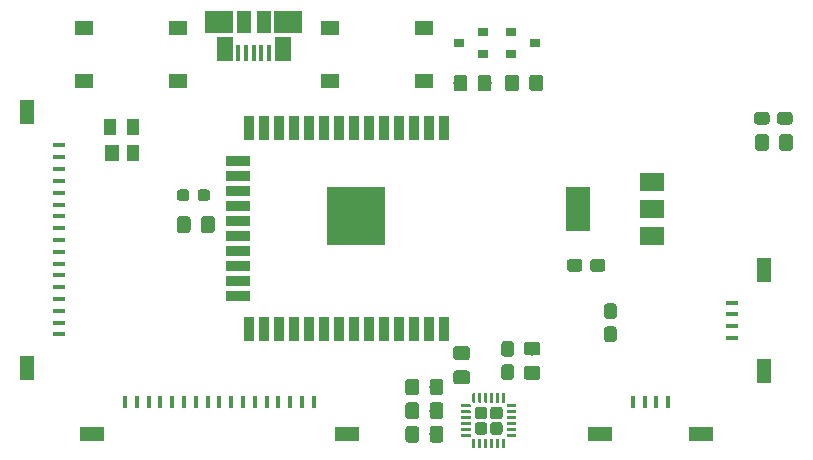
<source format=gbr>
G04 #@! TF.GenerationSoftware,KiCad,Pcbnew,(5.1.2)-2*
G04 #@! TF.CreationDate,2019-07-30T15:22:38+02:00*
G04 #@! TF.ProjectId,main_controller,6d61696e-5f63-46f6-9e74-726f6c6c6572,1*
G04 #@! TF.SameCoordinates,Original*
G04 #@! TF.FileFunction,Paste,Top*
G04 #@! TF.FilePolarity,Positive*
%FSLAX46Y46*%
G04 Gerber Fmt 4.6, Leading zero omitted, Abs format (unit mm)*
G04 Created by KiCad (PCBNEW (5.1.2)-2) date 2019-07-30 15:22:38*
%MOMM*%
%LPD*%
G04 APERTURE LIST*
%ADD10R,5.000000X5.000000*%
%ADD11R,0.900000X2.000000*%
%ADD12R,2.000000X0.900000*%
%ADD13C,0.100000*%
%ADD14C,1.150000*%
%ADD15C,1.050000*%
%ADD16R,1.000000X1.400000*%
%ADD17R,1.200000X1.400000*%
%ADD18C,0.950000*%
%ADD19R,1.000000X0.400000*%
%ADD20R,1.300000X2.000000*%
%ADD21R,2.000000X1.300000*%
%ADD22R,0.400000X1.000000*%
%ADD23R,0.900000X0.800000*%
%ADD24R,1.550000X1.300000*%
%ADD25C,0.250000*%
%ADD26R,2.000000X1.500000*%
%ADD27R,2.000000X3.800000*%
%ADD28R,0.450000X1.380000*%
%ADD29R,1.475000X2.100000*%
%ADD30R,2.375000X1.900000*%
%ADD31R,1.175000X1.900000*%
G04 APERTURE END LIST*
D10*
X61655000Y-47900000D03*
D11*
X69155000Y-40400000D03*
X67885000Y-40400000D03*
X66615000Y-40400000D03*
X65345000Y-40400000D03*
X64075000Y-40400000D03*
X62805000Y-40400000D03*
X61535000Y-40400000D03*
X60265000Y-40400000D03*
X58995000Y-40400000D03*
X57725000Y-40400000D03*
X56455000Y-40400000D03*
X55185000Y-40400000D03*
X53915000Y-40400000D03*
X52645000Y-40400000D03*
D12*
X51645000Y-43185000D03*
X51645000Y-44455000D03*
X51645000Y-45725000D03*
X51645000Y-46995000D03*
X51645000Y-48265000D03*
X51645000Y-49535000D03*
X51645000Y-50805000D03*
X51645000Y-52075000D03*
X51645000Y-53345000D03*
X51645000Y-54615000D03*
D11*
X52645000Y-57400000D03*
X53915000Y-57400000D03*
X55185000Y-57400000D03*
X56455000Y-57400000D03*
X57725000Y-57400000D03*
X58995000Y-57400000D03*
X60265000Y-57400000D03*
X61535000Y-57400000D03*
X62805000Y-57400000D03*
X64075000Y-57400000D03*
X65345000Y-57400000D03*
X66615000Y-57400000D03*
X67885000Y-57400000D03*
X69155000Y-57400000D03*
D13*
G36*
X71074505Y-58901204D02*
G01*
X71098773Y-58904804D01*
X71122572Y-58910765D01*
X71145671Y-58919030D01*
X71167850Y-58929520D01*
X71188893Y-58942132D01*
X71208599Y-58956747D01*
X71226777Y-58973223D01*
X71243253Y-58991401D01*
X71257868Y-59011107D01*
X71270480Y-59032150D01*
X71280970Y-59054329D01*
X71289235Y-59077428D01*
X71295196Y-59101227D01*
X71298796Y-59125495D01*
X71300000Y-59149999D01*
X71300000Y-59800001D01*
X71298796Y-59824505D01*
X71295196Y-59848773D01*
X71289235Y-59872572D01*
X71280970Y-59895671D01*
X71270480Y-59917850D01*
X71257868Y-59938893D01*
X71243253Y-59958599D01*
X71226777Y-59976777D01*
X71208599Y-59993253D01*
X71188893Y-60007868D01*
X71167850Y-60020480D01*
X71145671Y-60030970D01*
X71122572Y-60039235D01*
X71098773Y-60045196D01*
X71074505Y-60048796D01*
X71050001Y-60050000D01*
X70149999Y-60050000D01*
X70125495Y-60048796D01*
X70101227Y-60045196D01*
X70077428Y-60039235D01*
X70054329Y-60030970D01*
X70032150Y-60020480D01*
X70011107Y-60007868D01*
X69991401Y-59993253D01*
X69973223Y-59976777D01*
X69956747Y-59958599D01*
X69942132Y-59938893D01*
X69929520Y-59917850D01*
X69919030Y-59895671D01*
X69910765Y-59872572D01*
X69904804Y-59848773D01*
X69901204Y-59824505D01*
X69900000Y-59800001D01*
X69900000Y-59149999D01*
X69901204Y-59125495D01*
X69904804Y-59101227D01*
X69910765Y-59077428D01*
X69919030Y-59054329D01*
X69929520Y-59032150D01*
X69942132Y-59011107D01*
X69956747Y-58991401D01*
X69973223Y-58973223D01*
X69991401Y-58956747D01*
X70011107Y-58942132D01*
X70032150Y-58929520D01*
X70054329Y-58919030D01*
X70077428Y-58910765D01*
X70101227Y-58904804D01*
X70125495Y-58901204D01*
X70149999Y-58900000D01*
X71050001Y-58900000D01*
X71074505Y-58901204D01*
X71074505Y-58901204D01*
G37*
D14*
X70600000Y-59475000D03*
D13*
G36*
X71074505Y-60951204D02*
G01*
X71098773Y-60954804D01*
X71122572Y-60960765D01*
X71145671Y-60969030D01*
X71167850Y-60979520D01*
X71188893Y-60992132D01*
X71208599Y-61006747D01*
X71226777Y-61023223D01*
X71243253Y-61041401D01*
X71257868Y-61061107D01*
X71270480Y-61082150D01*
X71280970Y-61104329D01*
X71289235Y-61127428D01*
X71295196Y-61151227D01*
X71298796Y-61175495D01*
X71300000Y-61199999D01*
X71300000Y-61850001D01*
X71298796Y-61874505D01*
X71295196Y-61898773D01*
X71289235Y-61922572D01*
X71280970Y-61945671D01*
X71270480Y-61967850D01*
X71257868Y-61988893D01*
X71243253Y-62008599D01*
X71226777Y-62026777D01*
X71208599Y-62043253D01*
X71188893Y-62057868D01*
X71167850Y-62070480D01*
X71145671Y-62080970D01*
X71122572Y-62089235D01*
X71098773Y-62095196D01*
X71074505Y-62098796D01*
X71050001Y-62100000D01*
X70149999Y-62100000D01*
X70125495Y-62098796D01*
X70101227Y-62095196D01*
X70077428Y-62089235D01*
X70054329Y-62080970D01*
X70032150Y-62070480D01*
X70011107Y-62057868D01*
X69991401Y-62043253D01*
X69973223Y-62026777D01*
X69956747Y-62008599D01*
X69942132Y-61988893D01*
X69929520Y-61967850D01*
X69919030Y-61945671D01*
X69910765Y-61922572D01*
X69904804Y-61898773D01*
X69901204Y-61874505D01*
X69900000Y-61850001D01*
X69900000Y-61199999D01*
X69901204Y-61175495D01*
X69904804Y-61151227D01*
X69910765Y-61127428D01*
X69919030Y-61104329D01*
X69929520Y-61082150D01*
X69942132Y-61061107D01*
X69956747Y-61041401D01*
X69973223Y-61023223D01*
X69991401Y-61006747D01*
X70011107Y-60992132D01*
X70032150Y-60979520D01*
X70054329Y-60969030D01*
X70077428Y-60960765D01*
X70101227Y-60954804D01*
X70125495Y-60951204D01*
X70149999Y-60950000D01*
X71050001Y-60950000D01*
X71074505Y-60951204D01*
X71074505Y-60951204D01*
G37*
D14*
X70600000Y-61525000D03*
D13*
G36*
X82549505Y-51526204D02*
G01*
X82573773Y-51529804D01*
X82597572Y-51535765D01*
X82620671Y-51544030D01*
X82642850Y-51554520D01*
X82663893Y-51567132D01*
X82683599Y-51581747D01*
X82701777Y-51598223D01*
X82718253Y-51616401D01*
X82732868Y-51636107D01*
X82745480Y-51657150D01*
X82755970Y-51679329D01*
X82764235Y-51702428D01*
X82770196Y-51726227D01*
X82773796Y-51750495D01*
X82775000Y-51774999D01*
X82775000Y-52325001D01*
X82773796Y-52349505D01*
X82770196Y-52373773D01*
X82764235Y-52397572D01*
X82755970Y-52420671D01*
X82745480Y-52442850D01*
X82732868Y-52463893D01*
X82718253Y-52483599D01*
X82701777Y-52501777D01*
X82683599Y-52518253D01*
X82663893Y-52532868D01*
X82642850Y-52545480D01*
X82620671Y-52555970D01*
X82597572Y-52564235D01*
X82573773Y-52570196D01*
X82549505Y-52573796D01*
X82525001Y-52575000D01*
X81724999Y-52575000D01*
X81700495Y-52573796D01*
X81676227Y-52570196D01*
X81652428Y-52564235D01*
X81629329Y-52555970D01*
X81607150Y-52545480D01*
X81586107Y-52532868D01*
X81566401Y-52518253D01*
X81548223Y-52501777D01*
X81531747Y-52483599D01*
X81517132Y-52463893D01*
X81504520Y-52442850D01*
X81494030Y-52420671D01*
X81485765Y-52397572D01*
X81479804Y-52373773D01*
X81476204Y-52349505D01*
X81475000Y-52325001D01*
X81475000Y-51774999D01*
X81476204Y-51750495D01*
X81479804Y-51726227D01*
X81485765Y-51702428D01*
X81494030Y-51679329D01*
X81504520Y-51657150D01*
X81517132Y-51636107D01*
X81531747Y-51616401D01*
X81548223Y-51598223D01*
X81566401Y-51581747D01*
X81586107Y-51567132D01*
X81607150Y-51554520D01*
X81629329Y-51544030D01*
X81652428Y-51535765D01*
X81676227Y-51529804D01*
X81700495Y-51526204D01*
X81724999Y-51525000D01*
X82525001Y-51525000D01*
X82549505Y-51526204D01*
X82549505Y-51526204D01*
G37*
D15*
X82125000Y-52050000D03*
D13*
G36*
X80599505Y-51526204D02*
G01*
X80623773Y-51529804D01*
X80647572Y-51535765D01*
X80670671Y-51544030D01*
X80692850Y-51554520D01*
X80713893Y-51567132D01*
X80733599Y-51581747D01*
X80751777Y-51598223D01*
X80768253Y-51616401D01*
X80782868Y-51636107D01*
X80795480Y-51657150D01*
X80805970Y-51679329D01*
X80814235Y-51702428D01*
X80820196Y-51726227D01*
X80823796Y-51750495D01*
X80825000Y-51774999D01*
X80825000Y-52325001D01*
X80823796Y-52349505D01*
X80820196Y-52373773D01*
X80814235Y-52397572D01*
X80805970Y-52420671D01*
X80795480Y-52442850D01*
X80782868Y-52463893D01*
X80768253Y-52483599D01*
X80751777Y-52501777D01*
X80733599Y-52518253D01*
X80713893Y-52532868D01*
X80692850Y-52545480D01*
X80670671Y-52555970D01*
X80647572Y-52564235D01*
X80623773Y-52570196D01*
X80599505Y-52573796D01*
X80575001Y-52575000D01*
X79774999Y-52575000D01*
X79750495Y-52573796D01*
X79726227Y-52570196D01*
X79702428Y-52564235D01*
X79679329Y-52555970D01*
X79657150Y-52545480D01*
X79636107Y-52532868D01*
X79616401Y-52518253D01*
X79598223Y-52501777D01*
X79581747Y-52483599D01*
X79567132Y-52463893D01*
X79554520Y-52442850D01*
X79544030Y-52420671D01*
X79535765Y-52397572D01*
X79529804Y-52373773D01*
X79526204Y-52349505D01*
X79525000Y-52325001D01*
X79525000Y-51774999D01*
X79526204Y-51750495D01*
X79529804Y-51726227D01*
X79535765Y-51702428D01*
X79544030Y-51679329D01*
X79554520Y-51657150D01*
X79567132Y-51636107D01*
X79581747Y-51616401D01*
X79598223Y-51598223D01*
X79616401Y-51581747D01*
X79636107Y-51567132D01*
X79657150Y-51554520D01*
X79679329Y-51544030D01*
X79702428Y-51535765D01*
X79726227Y-51529804D01*
X79750495Y-51526204D01*
X79774999Y-51525000D01*
X80575001Y-51525000D01*
X80599505Y-51526204D01*
X80599505Y-51526204D01*
G37*
D15*
X80175000Y-52050000D03*
D13*
G36*
X83499505Y-57226204D02*
G01*
X83523773Y-57229804D01*
X83547572Y-57235765D01*
X83570671Y-57244030D01*
X83592850Y-57254520D01*
X83613893Y-57267132D01*
X83633599Y-57281747D01*
X83651777Y-57298223D01*
X83668253Y-57316401D01*
X83682868Y-57336107D01*
X83695480Y-57357150D01*
X83705970Y-57379329D01*
X83714235Y-57402428D01*
X83720196Y-57426227D01*
X83723796Y-57450495D01*
X83725000Y-57474999D01*
X83725000Y-58275001D01*
X83723796Y-58299505D01*
X83720196Y-58323773D01*
X83714235Y-58347572D01*
X83705970Y-58370671D01*
X83695480Y-58392850D01*
X83682868Y-58413893D01*
X83668253Y-58433599D01*
X83651777Y-58451777D01*
X83633599Y-58468253D01*
X83613893Y-58482868D01*
X83592850Y-58495480D01*
X83570671Y-58505970D01*
X83547572Y-58514235D01*
X83523773Y-58520196D01*
X83499505Y-58523796D01*
X83475001Y-58525000D01*
X82924999Y-58525000D01*
X82900495Y-58523796D01*
X82876227Y-58520196D01*
X82852428Y-58514235D01*
X82829329Y-58505970D01*
X82807150Y-58495480D01*
X82786107Y-58482868D01*
X82766401Y-58468253D01*
X82748223Y-58451777D01*
X82731747Y-58433599D01*
X82717132Y-58413893D01*
X82704520Y-58392850D01*
X82694030Y-58370671D01*
X82685765Y-58347572D01*
X82679804Y-58323773D01*
X82676204Y-58299505D01*
X82675000Y-58275001D01*
X82675000Y-57474999D01*
X82676204Y-57450495D01*
X82679804Y-57426227D01*
X82685765Y-57402428D01*
X82694030Y-57379329D01*
X82704520Y-57357150D01*
X82717132Y-57336107D01*
X82731747Y-57316401D01*
X82748223Y-57298223D01*
X82766401Y-57281747D01*
X82786107Y-57267132D01*
X82807150Y-57254520D01*
X82829329Y-57244030D01*
X82852428Y-57235765D01*
X82876227Y-57229804D01*
X82900495Y-57226204D01*
X82924999Y-57225000D01*
X83475001Y-57225000D01*
X83499505Y-57226204D01*
X83499505Y-57226204D01*
G37*
D15*
X83200000Y-57875000D03*
D13*
G36*
X83499505Y-55276204D02*
G01*
X83523773Y-55279804D01*
X83547572Y-55285765D01*
X83570671Y-55294030D01*
X83592850Y-55304520D01*
X83613893Y-55317132D01*
X83633599Y-55331747D01*
X83651777Y-55348223D01*
X83668253Y-55366401D01*
X83682868Y-55386107D01*
X83695480Y-55407150D01*
X83705970Y-55429329D01*
X83714235Y-55452428D01*
X83720196Y-55476227D01*
X83723796Y-55500495D01*
X83725000Y-55524999D01*
X83725000Y-56325001D01*
X83723796Y-56349505D01*
X83720196Y-56373773D01*
X83714235Y-56397572D01*
X83705970Y-56420671D01*
X83695480Y-56442850D01*
X83682868Y-56463893D01*
X83668253Y-56483599D01*
X83651777Y-56501777D01*
X83633599Y-56518253D01*
X83613893Y-56532868D01*
X83592850Y-56545480D01*
X83570671Y-56555970D01*
X83547572Y-56564235D01*
X83523773Y-56570196D01*
X83499505Y-56573796D01*
X83475001Y-56575000D01*
X82924999Y-56575000D01*
X82900495Y-56573796D01*
X82876227Y-56570196D01*
X82852428Y-56564235D01*
X82829329Y-56555970D01*
X82807150Y-56545480D01*
X82786107Y-56532868D01*
X82766401Y-56518253D01*
X82748223Y-56501777D01*
X82731747Y-56483599D01*
X82717132Y-56463893D01*
X82704520Y-56442850D01*
X82694030Y-56420671D01*
X82685765Y-56397572D01*
X82679804Y-56373773D01*
X82676204Y-56349505D01*
X82675000Y-56325001D01*
X82675000Y-55524999D01*
X82676204Y-55500495D01*
X82679804Y-55476227D01*
X82685765Y-55452428D01*
X82694030Y-55429329D01*
X82704520Y-55407150D01*
X82717132Y-55386107D01*
X82731747Y-55366401D01*
X82748223Y-55348223D01*
X82766401Y-55331747D01*
X82786107Y-55317132D01*
X82807150Y-55304520D01*
X82829329Y-55294030D01*
X82852428Y-55285765D01*
X82876227Y-55279804D01*
X82900495Y-55276204D01*
X82924999Y-55275000D01*
X83475001Y-55275000D01*
X83499505Y-55276204D01*
X83499505Y-55276204D01*
G37*
D15*
X83200000Y-55925000D03*
D13*
G36*
X70849514Y-35926195D02*
G01*
X70873782Y-35929795D01*
X70897581Y-35935756D01*
X70920680Y-35944021D01*
X70942859Y-35954511D01*
X70963902Y-35967123D01*
X70983608Y-35981738D01*
X71001786Y-35998214D01*
X71018262Y-36016392D01*
X71032877Y-36036098D01*
X71045489Y-36057141D01*
X71055979Y-36079320D01*
X71064244Y-36102419D01*
X71070205Y-36126218D01*
X71073805Y-36150486D01*
X71075009Y-36174990D01*
X71075009Y-37074992D01*
X71073805Y-37099496D01*
X71070205Y-37123764D01*
X71064244Y-37147563D01*
X71055979Y-37170662D01*
X71045489Y-37192841D01*
X71032877Y-37213884D01*
X71018262Y-37233590D01*
X71001786Y-37251768D01*
X70983608Y-37268244D01*
X70963902Y-37282859D01*
X70942859Y-37295471D01*
X70920680Y-37305961D01*
X70897581Y-37314226D01*
X70873782Y-37320187D01*
X70849514Y-37323787D01*
X70825010Y-37324991D01*
X70175008Y-37324991D01*
X70150504Y-37323787D01*
X70126236Y-37320187D01*
X70102437Y-37314226D01*
X70079338Y-37305961D01*
X70057159Y-37295471D01*
X70036116Y-37282859D01*
X70016410Y-37268244D01*
X69998232Y-37251768D01*
X69981756Y-37233590D01*
X69967141Y-37213884D01*
X69954529Y-37192841D01*
X69944039Y-37170662D01*
X69935774Y-37147563D01*
X69929813Y-37123764D01*
X69926213Y-37099496D01*
X69925009Y-37074992D01*
X69925009Y-36174990D01*
X69926213Y-36150486D01*
X69929813Y-36126218D01*
X69935774Y-36102419D01*
X69944039Y-36079320D01*
X69954529Y-36057141D01*
X69967141Y-36036098D01*
X69981756Y-36016392D01*
X69998232Y-35998214D01*
X70016410Y-35981738D01*
X70036116Y-35967123D01*
X70057159Y-35954511D01*
X70079338Y-35944021D01*
X70102437Y-35935756D01*
X70126236Y-35929795D01*
X70150504Y-35926195D01*
X70175008Y-35924991D01*
X70825010Y-35924991D01*
X70849514Y-35926195D01*
X70849514Y-35926195D01*
G37*
D14*
X70500009Y-36624991D03*
D13*
G36*
X72899514Y-35926195D02*
G01*
X72923782Y-35929795D01*
X72947581Y-35935756D01*
X72970680Y-35944021D01*
X72992859Y-35954511D01*
X73013902Y-35967123D01*
X73033608Y-35981738D01*
X73051786Y-35998214D01*
X73068262Y-36016392D01*
X73082877Y-36036098D01*
X73095489Y-36057141D01*
X73105979Y-36079320D01*
X73114244Y-36102419D01*
X73120205Y-36126218D01*
X73123805Y-36150486D01*
X73125009Y-36174990D01*
X73125009Y-37074992D01*
X73123805Y-37099496D01*
X73120205Y-37123764D01*
X73114244Y-37147563D01*
X73105979Y-37170662D01*
X73095489Y-37192841D01*
X73082877Y-37213884D01*
X73068262Y-37233590D01*
X73051786Y-37251768D01*
X73033608Y-37268244D01*
X73013902Y-37282859D01*
X72992859Y-37295471D01*
X72970680Y-37305961D01*
X72947581Y-37314226D01*
X72923782Y-37320187D01*
X72899514Y-37323787D01*
X72875010Y-37324991D01*
X72225008Y-37324991D01*
X72200504Y-37323787D01*
X72176236Y-37320187D01*
X72152437Y-37314226D01*
X72129338Y-37305961D01*
X72107159Y-37295471D01*
X72086116Y-37282859D01*
X72066410Y-37268244D01*
X72048232Y-37251768D01*
X72031756Y-37233590D01*
X72017141Y-37213884D01*
X72004529Y-37192841D01*
X71994039Y-37170662D01*
X71985774Y-37147563D01*
X71979813Y-37123764D01*
X71976213Y-37099496D01*
X71975009Y-37074992D01*
X71975009Y-36174990D01*
X71976213Y-36150486D01*
X71979813Y-36126218D01*
X71985774Y-36102419D01*
X71994039Y-36079320D01*
X72004529Y-36057141D01*
X72017141Y-36036098D01*
X72031756Y-36016392D01*
X72048232Y-35998214D01*
X72066410Y-35981738D01*
X72086116Y-35967123D01*
X72107159Y-35954511D01*
X72129338Y-35944021D01*
X72152437Y-35935756D01*
X72176236Y-35929795D01*
X72200504Y-35926195D01*
X72225008Y-35924991D01*
X72875010Y-35924991D01*
X72899514Y-35926195D01*
X72899514Y-35926195D01*
G37*
D14*
X72550009Y-36624991D03*
D13*
G36*
X74799505Y-60426204D02*
G01*
X74823773Y-60429804D01*
X74847572Y-60435765D01*
X74870671Y-60444030D01*
X74892850Y-60454520D01*
X74913893Y-60467132D01*
X74933599Y-60481747D01*
X74951777Y-60498223D01*
X74968253Y-60516401D01*
X74982868Y-60536107D01*
X74995480Y-60557150D01*
X75005970Y-60579329D01*
X75014235Y-60602428D01*
X75020196Y-60626227D01*
X75023796Y-60650495D01*
X75025000Y-60674999D01*
X75025000Y-61475001D01*
X75023796Y-61499505D01*
X75020196Y-61523773D01*
X75014235Y-61547572D01*
X75005970Y-61570671D01*
X74995480Y-61592850D01*
X74982868Y-61613893D01*
X74968253Y-61633599D01*
X74951777Y-61651777D01*
X74933599Y-61668253D01*
X74913893Y-61682868D01*
X74892850Y-61695480D01*
X74870671Y-61705970D01*
X74847572Y-61714235D01*
X74823773Y-61720196D01*
X74799505Y-61723796D01*
X74775001Y-61725000D01*
X74224999Y-61725000D01*
X74200495Y-61723796D01*
X74176227Y-61720196D01*
X74152428Y-61714235D01*
X74129329Y-61705970D01*
X74107150Y-61695480D01*
X74086107Y-61682868D01*
X74066401Y-61668253D01*
X74048223Y-61651777D01*
X74031747Y-61633599D01*
X74017132Y-61613893D01*
X74004520Y-61592850D01*
X73994030Y-61570671D01*
X73985765Y-61547572D01*
X73979804Y-61523773D01*
X73976204Y-61499505D01*
X73975000Y-61475001D01*
X73975000Y-60674999D01*
X73976204Y-60650495D01*
X73979804Y-60626227D01*
X73985765Y-60602428D01*
X73994030Y-60579329D01*
X74004520Y-60557150D01*
X74017132Y-60536107D01*
X74031747Y-60516401D01*
X74048223Y-60498223D01*
X74066401Y-60481747D01*
X74086107Y-60467132D01*
X74107150Y-60454520D01*
X74129329Y-60444030D01*
X74152428Y-60435765D01*
X74176227Y-60429804D01*
X74200495Y-60426204D01*
X74224999Y-60425000D01*
X74775001Y-60425000D01*
X74799505Y-60426204D01*
X74799505Y-60426204D01*
G37*
D15*
X74500000Y-61075000D03*
D13*
G36*
X74799505Y-58476204D02*
G01*
X74823773Y-58479804D01*
X74847572Y-58485765D01*
X74870671Y-58494030D01*
X74892850Y-58504520D01*
X74913893Y-58517132D01*
X74933599Y-58531747D01*
X74951777Y-58548223D01*
X74968253Y-58566401D01*
X74982868Y-58586107D01*
X74995480Y-58607150D01*
X75005970Y-58629329D01*
X75014235Y-58652428D01*
X75020196Y-58676227D01*
X75023796Y-58700495D01*
X75025000Y-58724999D01*
X75025000Y-59525001D01*
X75023796Y-59549505D01*
X75020196Y-59573773D01*
X75014235Y-59597572D01*
X75005970Y-59620671D01*
X74995480Y-59642850D01*
X74982868Y-59663893D01*
X74968253Y-59683599D01*
X74951777Y-59701777D01*
X74933599Y-59718253D01*
X74913893Y-59732868D01*
X74892850Y-59745480D01*
X74870671Y-59755970D01*
X74847572Y-59764235D01*
X74823773Y-59770196D01*
X74799505Y-59773796D01*
X74775001Y-59775000D01*
X74224999Y-59775000D01*
X74200495Y-59773796D01*
X74176227Y-59770196D01*
X74152428Y-59764235D01*
X74129329Y-59755970D01*
X74107150Y-59745480D01*
X74086107Y-59732868D01*
X74066401Y-59718253D01*
X74048223Y-59701777D01*
X74031747Y-59683599D01*
X74017132Y-59663893D01*
X74004520Y-59642850D01*
X73994030Y-59620671D01*
X73985765Y-59597572D01*
X73979804Y-59573773D01*
X73976204Y-59549505D01*
X73975000Y-59525001D01*
X73975000Y-58724999D01*
X73976204Y-58700495D01*
X73979804Y-58676227D01*
X73985765Y-58652428D01*
X73994030Y-58629329D01*
X74004520Y-58607150D01*
X74017132Y-58586107D01*
X74031747Y-58566401D01*
X74048223Y-58548223D01*
X74066401Y-58531747D01*
X74086107Y-58517132D01*
X74107150Y-58504520D01*
X74129329Y-58494030D01*
X74152428Y-58485765D01*
X74176227Y-58479804D01*
X74200495Y-58476204D01*
X74224999Y-58475000D01*
X74775001Y-58475000D01*
X74799505Y-58476204D01*
X74799505Y-58476204D01*
G37*
D15*
X74500000Y-59125000D03*
D13*
G36*
X77049516Y-60576213D02*
G01*
X77073784Y-60579813D01*
X77097583Y-60585774D01*
X77120682Y-60594039D01*
X77142861Y-60604529D01*
X77163904Y-60617141D01*
X77183610Y-60631756D01*
X77201788Y-60648232D01*
X77218264Y-60666410D01*
X77232879Y-60686116D01*
X77245491Y-60707159D01*
X77255981Y-60729338D01*
X77264246Y-60752437D01*
X77270207Y-60776236D01*
X77273807Y-60800504D01*
X77275011Y-60825008D01*
X77275011Y-61475010D01*
X77273807Y-61499514D01*
X77270207Y-61523782D01*
X77264246Y-61547581D01*
X77255981Y-61570680D01*
X77245491Y-61592859D01*
X77232879Y-61613902D01*
X77218264Y-61633608D01*
X77201788Y-61651786D01*
X77183610Y-61668262D01*
X77163904Y-61682877D01*
X77142861Y-61695489D01*
X77120682Y-61705979D01*
X77097583Y-61714244D01*
X77073784Y-61720205D01*
X77049516Y-61723805D01*
X77025012Y-61725009D01*
X76125010Y-61725009D01*
X76100506Y-61723805D01*
X76076238Y-61720205D01*
X76052439Y-61714244D01*
X76029340Y-61705979D01*
X76007161Y-61695489D01*
X75986118Y-61682877D01*
X75966412Y-61668262D01*
X75948234Y-61651786D01*
X75931758Y-61633608D01*
X75917143Y-61613902D01*
X75904531Y-61592859D01*
X75894041Y-61570680D01*
X75885776Y-61547581D01*
X75879815Y-61523782D01*
X75876215Y-61499514D01*
X75875011Y-61475010D01*
X75875011Y-60825008D01*
X75876215Y-60800504D01*
X75879815Y-60776236D01*
X75885776Y-60752437D01*
X75894041Y-60729338D01*
X75904531Y-60707159D01*
X75917143Y-60686116D01*
X75931758Y-60666410D01*
X75948234Y-60648232D01*
X75966412Y-60631756D01*
X75986118Y-60617141D01*
X76007161Y-60604529D01*
X76029340Y-60594039D01*
X76052439Y-60585774D01*
X76076238Y-60579813D01*
X76100506Y-60576213D01*
X76125010Y-60575009D01*
X77025012Y-60575009D01*
X77049516Y-60576213D01*
X77049516Y-60576213D01*
G37*
D14*
X76575011Y-61150009D03*
D13*
G36*
X77049516Y-58526213D02*
G01*
X77073784Y-58529813D01*
X77097583Y-58535774D01*
X77120682Y-58544039D01*
X77142861Y-58554529D01*
X77163904Y-58567141D01*
X77183610Y-58581756D01*
X77201788Y-58598232D01*
X77218264Y-58616410D01*
X77232879Y-58636116D01*
X77245491Y-58657159D01*
X77255981Y-58679338D01*
X77264246Y-58702437D01*
X77270207Y-58726236D01*
X77273807Y-58750504D01*
X77275011Y-58775008D01*
X77275011Y-59425010D01*
X77273807Y-59449514D01*
X77270207Y-59473782D01*
X77264246Y-59497581D01*
X77255981Y-59520680D01*
X77245491Y-59542859D01*
X77232879Y-59563902D01*
X77218264Y-59583608D01*
X77201788Y-59601786D01*
X77183610Y-59618262D01*
X77163904Y-59632877D01*
X77142861Y-59645489D01*
X77120682Y-59655979D01*
X77097583Y-59664244D01*
X77073784Y-59670205D01*
X77049516Y-59673805D01*
X77025012Y-59675009D01*
X76125010Y-59675009D01*
X76100506Y-59673805D01*
X76076238Y-59670205D01*
X76052439Y-59664244D01*
X76029340Y-59655979D01*
X76007161Y-59645489D01*
X75986118Y-59632877D01*
X75966412Y-59618262D01*
X75948234Y-59601786D01*
X75931758Y-59583608D01*
X75917143Y-59563902D01*
X75904531Y-59542859D01*
X75894041Y-59520680D01*
X75885776Y-59497581D01*
X75879815Y-59473782D01*
X75876215Y-59449514D01*
X75875011Y-59425010D01*
X75875011Y-58775008D01*
X75876215Y-58750504D01*
X75879815Y-58726236D01*
X75885776Y-58702437D01*
X75894041Y-58679338D01*
X75904531Y-58657159D01*
X75917143Y-58636116D01*
X75931758Y-58616410D01*
X75948234Y-58598232D01*
X75966412Y-58581756D01*
X75986118Y-58567141D01*
X76007161Y-58554529D01*
X76029340Y-58544039D01*
X76052439Y-58535774D01*
X76076238Y-58529813D01*
X76100506Y-58526213D01*
X76125010Y-58525009D01*
X77025012Y-58525009D01*
X77049516Y-58526213D01*
X77049516Y-58526213D01*
G37*
D14*
X76575011Y-59100009D03*
D13*
G36*
X98399505Y-39076204D02*
G01*
X98423773Y-39079804D01*
X98447572Y-39085765D01*
X98470671Y-39094030D01*
X98492850Y-39104520D01*
X98513893Y-39117132D01*
X98533599Y-39131747D01*
X98551777Y-39148223D01*
X98568253Y-39166401D01*
X98582868Y-39186107D01*
X98595480Y-39207150D01*
X98605970Y-39229329D01*
X98614235Y-39252428D01*
X98620196Y-39276227D01*
X98623796Y-39300495D01*
X98625000Y-39324999D01*
X98625000Y-39875001D01*
X98623796Y-39899505D01*
X98620196Y-39923773D01*
X98614235Y-39947572D01*
X98605970Y-39970671D01*
X98595480Y-39992850D01*
X98582868Y-40013893D01*
X98568253Y-40033599D01*
X98551777Y-40051777D01*
X98533599Y-40068253D01*
X98513893Y-40082868D01*
X98492850Y-40095480D01*
X98470671Y-40105970D01*
X98447572Y-40114235D01*
X98423773Y-40120196D01*
X98399505Y-40123796D01*
X98375001Y-40125000D01*
X97574999Y-40125000D01*
X97550495Y-40123796D01*
X97526227Y-40120196D01*
X97502428Y-40114235D01*
X97479329Y-40105970D01*
X97457150Y-40095480D01*
X97436107Y-40082868D01*
X97416401Y-40068253D01*
X97398223Y-40051777D01*
X97381747Y-40033599D01*
X97367132Y-40013893D01*
X97354520Y-39992850D01*
X97344030Y-39970671D01*
X97335765Y-39947572D01*
X97329804Y-39923773D01*
X97326204Y-39899505D01*
X97325000Y-39875001D01*
X97325000Y-39324999D01*
X97326204Y-39300495D01*
X97329804Y-39276227D01*
X97335765Y-39252428D01*
X97344030Y-39229329D01*
X97354520Y-39207150D01*
X97367132Y-39186107D01*
X97381747Y-39166401D01*
X97398223Y-39148223D01*
X97416401Y-39131747D01*
X97436107Y-39117132D01*
X97457150Y-39104520D01*
X97479329Y-39094030D01*
X97502428Y-39085765D01*
X97526227Y-39079804D01*
X97550495Y-39076204D01*
X97574999Y-39075000D01*
X98375001Y-39075000D01*
X98399505Y-39076204D01*
X98399505Y-39076204D01*
G37*
D15*
X97975000Y-39600000D03*
D13*
G36*
X96449505Y-39076204D02*
G01*
X96473773Y-39079804D01*
X96497572Y-39085765D01*
X96520671Y-39094030D01*
X96542850Y-39104520D01*
X96563893Y-39117132D01*
X96583599Y-39131747D01*
X96601777Y-39148223D01*
X96618253Y-39166401D01*
X96632868Y-39186107D01*
X96645480Y-39207150D01*
X96655970Y-39229329D01*
X96664235Y-39252428D01*
X96670196Y-39276227D01*
X96673796Y-39300495D01*
X96675000Y-39324999D01*
X96675000Y-39875001D01*
X96673796Y-39899505D01*
X96670196Y-39923773D01*
X96664235Y-39947572D01*
X96655970Y-39970671D01*
X96645480Y-39992850D01*
X96632868Y-40013893D01*
X96618253Y-40033599D01*
X96601777Y-40051777D01*
X96583599Y-40068253D01*
X96563893Y-40082868D01*
X96542850Y-40095480D01*
X96520671Y-40105970D01*
X96497572Y-40114235D01*
X96473773Y-40120196D01*
X96449505Y-40123796D01*
X96425001Y-40125000D01*
X95624999Y-40125000D01*
X95600495Y-40123796D01*
X95576227Y-40120196D01*
X95552428Y-40114235D01*
X95529329Y-40105970D01*
X95507150Y-40095480D01*
X95486107Y-40082868D01*
X95466401Y-40068253D01*
X95448223Y-40051777D01*
X95431747Y-40033599D01*
X95417132Y-40013893D01*
X95404520Y-39992850D01*
X95394030Y-39970671D01*
X95385765Y-39947572D01*
X95379804Y-39923773D01*
X95376204Y-39899505D01*
X95375000Y-39875001D01*
X95375000Y-39324999D01*
X95376204Y-39300495D01*
X95379804Y-39276227D01*
X95385765Y-39252428D01*
X95394030Y-39229329D01*
X95404520Y-39207150D01*
X95417132Y-39186107D01*
X95431747Y-39166401D01*
X95448223Y-39148223D01*
X95466401Y-39131747D01*
X95486107Y-39117132D01*
X95507150Y-39104520D01*
X95529329Y-39094030D01*
X95552428Y-39085765D01*
X95576227Y-39079804D01*
X95600495Y-39076204D01*
X95624999Y-39075000D01*
X96425001Y-39075000D01*
X96449505Y-39076204D01*
X96449505Y-39076204D01*
G37*
D15*
X96025000Y-39600000D03*
D13*
G36*
X98424505Y-40951204D02*
G01*
X98448773Y-40954804D01*
X98472572Y-40960765D01*
X98495671Y-40969030D01*
X98517850Y-40979520D01*
X98538893Y-40992132D01*
X98558599Y-41006747D01*
X98576777Y-41023223D01*
X98593253Y-41041401D01*
X98607868Y-41061107D01*
X98620480Y-41082150D01*
X98630970Y-41104329D01*
X98639235Y-41127428D01*
X98645196Y-41151227D01*
X98648796Y-41175495D01*
X98650000Y-41199999D01*
X98650000Y-42100001D01*
X98648796Y-42124505D01*
X98645196Y-42148773D01*
X98639235Y-42172572D01*
X98630970Y-42195671D01*
X98620480Y-42217850D01*
X98607868Y-42238893D01*
X98593253Y-42258599D01*
X98576777Y-42276777D01*
X98558599Y-42293253D01*
X98538893Y-42307868D01*
X98517850Y-42320480D01*
X98495671Y-42330970D01*
X98472572Y-42339235D01*
X98448773Y-42345196D01*
X98424505Y-42348796D01*
X98400001Y-42350000D01*
X97749999Y-42350000D01*
X97725495Y-42348796D01*
X97701227Y-42345196D01*
X97677428Y-42339235D01*
X97654329Y-42330970D01*
X97632150Y-42320480D01*
X97611107Y-42307868D01*
X97591401Y-42293253D01*
X97573223Y-42276777D01*
X97556747Y-42258599D01*
X97542132Y-42238893D01*
X97529520Y-42217850D01*
X97519030Y-42195671D01*
X97510765Y-42172572D01*
X97504804Y-42148773D01*
X97501204Y-42124505D01*
X97500000Y-42100001D01*
X97500000Y-41199999D01*
X97501204Y-41175495D01*
X97504804Y-41151227D01*
X97510765Y-41127428D01*
X97519030Y-41104329D01*
X97529520Y-41082150D01*
X97542132Y-41061107D01*
X97556747Y-41041401D01*
X97573223Y-41023223D01*
X97591401Y-41006747D01*
X97611107Y-40992132D01*
X97632150Y-40979520D01*
X97654329Y-40969030D01*
X97677428Y-40960765D01*
X97701227Y-40954804D01*
X97725495Y-40951204D01*
X97749999Y-40950000D01*
X98400001Y-40950000D01*
X98424505Y-40951204D01*
X98424505Y-40951204D01*
G37*
D14*
X98075000Y-41650000D03*
D13*
G36*
X96374505Y-40951204D02*
G01*
X96398773Y-40954804D01*
X96422572Y-40960765D01*
X96445671Y-40969030D01*
X96467850Y-40979520D01*
X96488893Y-40992132D01*
X96508599Y-41006747D01*
X96526777Y-41023223D01*
X96543253Y-41041401D01*
X96557868Y-41061107D01*
X96570480Y-41082150D01*
X96580970Y-41104329D01*
X96589235Y-41127428D01*
X96595196Y-41151227D01*
X96598796Y-41175495D01*
X96600000Y-41199999D01*
X96600000Y-42100001D01*
X96598796Y-42124505D01*
X96595196Y-42148773D01*
X96589235Y-42172572D01*
X96580970Y-42195671D01*
X96570480Y-42217850D01*
X96557868Y-42238893D01*
X96543253Y-42258599D01*
X96526777Y-42276777D01*
X96508599Y-42293253D01*
X96488893Y-42307868D01*
X96467850Y-42320480D01*
X96445671Y-42330970D01*
X96422572Y-42339235D01*
X96398773Y-42345196D01*
X96374505Y-42348796D01*
X96350001Y-42350000D01*
X95699999Y-42350000D01*
X95675495Y-42348796D01*
X95651227Y-42345196D01*
X95627428Y-42339235D01*
X95604329Y-42330970D01*
X95582150Y-42320480D01*
X95561107Y-42307868D01*
X95541401Y-42293253D01*
X95523223Y-42276777D01*
X95506747Y-42258599D01*
X95492132Y-42238893D01*
X95479520Y-42217850D01*
X95469030Y-42195671D01*
X95460765Y-42172572D01*
X95454804Y-42148773D01*
X95451204Y-42124505D01*
X95450000Y-42100001D01*
X95450000Y-41199999D01*
X95451204Y-41175495D01*
X95454804Y-41151227D01*
X95460765Y-41127428D01*
X95469030Y-41104329D01*
X95479520Y-41082150D01*
X95492132Y-41061107D01*
X95506747Y-41041401D01*
X95523223Y-41023223D01*
X95541401Y-41006747D01*
X95561107Y-40992132D01*
X95582150Y-40979520D01*
X95604329Y-40969030D01*
X95627428Y-40960765D01*
X95651227Y-40954804D01*
X95675495Y-40951204D01*
X95699999Y-40950000D01*
X96350001Y-40950000D01*
X96374505Y-40951204D01*
X96374505Y-40951204D01*
G37*
D14*
X96025000Y-41650000D03*
D16*
X40850000Y-40300000D03*
X42750000Y-40300000D03*
X42750000Y-42500000D03*
D17*
X41030000Y-42500000D03*
D13*
G36*
X47335779Y-45626144D02*
G01*
X47358834Y-45629563D01*
X47381443Y-45635227D01*
X47403387Y-45643079D01*
X47424457Y-45653044D01*
X47444448Y-45665026D01*
X47463168Y-45678910D01*
X47480438Y-45694562D01*
X47496090Y-45711832D01*
X47509974Y-45730552D01*
X47521956Y-45750543D01*
X47531921Y-45771613D01*
X47539773Y-45793557D01*
X47545437Y-45816166D01*
X47548856Y-45839221D01*
X47550000Y-45862500D01*
X47550000Y-46337500D01*
X47548856Y-46360779D01*
X47545437Y-46383834D01*
X47539773Y-46406443D01*
X47531921Y-46428387D01*
X47521956Y-46449457D01*
X47509974Y-46469448D01*
X47496090Y-46488168D01*
X47480438Y-46505438D01*
X47463168Y-46521090D01*
X47444448Y-46534974D01*
X47424457Y-46546956D01*
X47403387Y-46556921D01*
X47381443Y-46564773D01*
X47358834Y-46570437D01*
X47335779Y-46573856D01*
X47312500Y-46575000D01*
X46737500Y-46575000D01*
X46714221Y-46573856D01*
X46691166Y-46570437D01*
X46668557Y-46564773D01*
X46646613Y-46556921D01*
X46625543Y-46546956D01*
X46605552Y-46534974D01*
X46586832Y-46521090D01*
X46569562Y-46505438D01*
X46553910Y-46488168D01*
X46540026Y-46469448D01*
X46528044Y-46449457D01*
X46518079Y-46428387D01*
X46510227Y-46406443D01*
X46504563Y-46383834D01*
X46501144Y-46360779D01*
X46500000Y-46337500D01*
X46500000Y-45862500D01*
X46501144Y-45839221D01*
X46504563Y-45816166D01*
X46510227Y-45793557D01*
X46518079Y-45771613D01*
X46528044Y-45750543D01*
X46540026Y-45730552D01*
X46553910Y-45711832D01*
X46569562Y-45694562D01*
X46586832Y-45678910D01*
X46605552Y-45665026D01*
X46625543Y-45653044D01*
X46646613Y-45643079D01*
X46668557Y-45635227D01*
X46691166Y-45629563D01*
X46714221Y-45626144D01*
X46737500Y-45625000D01*
X47312500Y-45625000D01*
X47335779Y-45626144D01*
X47335779Y-45626144D01*
G37*
D18*
X47025000Y-46100000D03*
D13*
G36*
X49085779Y-45626144D02*
G01*
X49108834Y-45629563D01*
X49131443Y-45635227D01*
X49153387Y-45643079D01*
X49174457Y-45653044D01*
X49194448Y-45665026D01*
X49213168Y-45678910D01*
X49230438Y-45694562D01*
X49246090Y-45711832D01*
X49259974Y-45730552D01*
X49271956Y-45750543D01*
X49281921Y-45771613D01*
X49289773Y-45793557D01*
X49295437Y-45816166D01*
X49298856Y-45839221D01*
X49300000Y-45862500D01*
X49300000Y-46337500D01*
X49298856Y-46360779D01*
X49295437Y-46383834D01*
X49289773Y-46406443D01*
X49281921Y-46428387D01*
X49271956Y-46449457D01*
X49259974Y-46469448D01*
X49246090Y-46488168D01*
X49230438Y-46505438D01*
X49213168Y-46521090D01*
X49194448Y-46534974D01*
X49174457Y-46546956D01*
X49153387Y-46556921D01*
X49131443Y-46564773D01*
X49108834Y-46570437D01*
X49085779Y-46573856D01*
X49062500Y-46575000D01*
X48487500Y-46575000D01*
X48464221Y-46573856D01*
X48441166Y-46570437D01*
X48418557Y-46564773D01*
X48396613Y-46556921D01*
X48375543Y-46546956D01*
X48355552Y-46534974D01*
X48336832Y-46521090D01*
X48319562Y-46505438D01*
X48303910Y-46488168D01*
X48290026Y-46469448D01*
X48278044Y-46449457D01*
X48268079Y-46428387D01*
X48260227Y-46406443D01*
X48254563Y-46383834D01*
X48251144Y-46360779D01*
X48250000Y-46337500D01*
X48250000Y-45862500D01*
X48251144Y-45839221D01*
X48254563Y-45816166D01*
X48260227Y-45793557D01*
X48268079Y-45771613D01*
X48278044Y-45750543D01*
X48290026Y-45730552D01*
X48303910Y-45711832D01*
X48319562Y-45694562D01*
X48336832Y-45678910D01*
X48355552Y-45665026D01*
X48375543Y-45653044D01*
X48396613Y-45643079D01*
X48418557Y-45635227D01*
X48441166Y-45629563D01*
X48464221Y-45626144D01*
X48487500Y-45625000D01*
X49062500Y-45625000D01*
X49085779Y-45626144D01*
X49085779Y-45626144D01*
G37*
D18*
X48775000Y-46100000D03*
D19*
X36510000Y-57900000D03*
X36510000Y-56900000D03*
X36510000Y-55900000D03*
X36510000Y-54900000D03*
X36510000Y-53900000D03*
X36510000Y-52900000D03*
X36510000Y-51900000D03*
X36510000Y-50900000D03*
X36510000Y-49900000D03*
X36510000Y-48900000D03*
X36510000Y-47900000D03*
X36510000Y-46900000D03*
X36510000Y-45900000D03*
X36510000Y-44900000D03*
X36510000Y-43900000D03*
X36510000Y-42900000D03*
X36510000Y-41900000D03*
D20*
X33810000Y-60700000D03*
X33810000Y-39100000D03*
D21*
X39300000Y-66290000D03*
X60900000Y-66290000D03*
D22*
X42100000Y-63590000D03*
X43100000Y-63590000D03*
X44100000Y-63590000D03*
X45100000Y-63590000D03*
X46100000Y-63590000D03*
X47100000Y-63590000D03*
X48100000Y-63590000D03*
X49100000Y-63590000D03*
X50100000Y-63590000D03*
X51100000Y-63590000D03*
X52100000Y-63590000D03*
X53100000Y-63590000D03*
X54100000Y-63590000D03*
X55100000Y-63590000D03*
X56100000Y-63590000D03*
X57100000Y-63590000D03*
X58100000Y-63590000D03*
X88100000Y-63590000D03*
X87100000Y-63590000D03*
X86100000Y-63590000D03*
X85100000Y-63590000D03*
D21*
X90900000Y-66290000D03*
X82300000Y-66290000D03*
D20*
X96190000Y-61000000D03*
X96190000Y-52400000D03*
D19*
X93490000Y-58200000D03*
X93490000Y-57200000D03*
X93490000Y-56200000D03*
X93490000Y-55200000D03*
D23*
X72400000Y-34150000D03*
X72400000Y-32250000D03*
X70400000Y-33200000D03*
X76800000Y-33200000D03*
X74800000Y-34150000D03*
X74800000Y-32250000D03*
D13*
G36*
X68824505Y-61651204D02*
G01*
X68848773Y-61654804D01*
X68872572Y-61660765D01*
X68895671Y-61669030D01*
X68917850Y-61679520D01*
X68938893Y-61692132D01*
X68958599Y-61706747D01*
X68976777Y-61723223D01*
X68993253Y-61741401D01*
X69007868Y-61761107D01*
X69020480Y-61782150D01*
X69030970Y-61804329D01*
X69039235Y-61827428D01*
X69045196Y-61851227D01*
X69048796Y-61875495D01*
X69050000Y-61899999D01*
X69050000Y-62800001D01*
X69048796Y-62824505D01*
X69045196Y-62848773D01*
X69039235Y-62872572D01*
X69030970Y-62895671D01*
X69020480Y-62917850D01*
X69007868Y-62938893D01*
X68993253Y-62958599D01*
X68976777Y-62976777D01*
X68958599Y-62993253D01*
X68938893Y-63007868D01*
X68917850Y-63020480D01*
X68895671Y-63030970D01*
X68872572Y-63039235D01*
X68848773Y-63045196D01*
X68824505Y-63048796D01*
X68800001Y-63050000D01*
X68149999Y-63050000D01*
X68125495Y-63048796D01*
X68101227Y-63045196D01*
X68077428Y-63039235D01*
X68054329Y-63030970D01*
X68032150Y-63020480D01*
X68011107Y-63007868D01*
X67991401Y-62993253D01*
X67973223Y-62976777D01*
X67956747Y-62958599D01*
X67942132Y-62938893D01*
X67929520Y-62917850D01*
X67919030Y-62895671D01*
X67910765Y-62872572D01*
X67904804Y-62848773D01*
X67901204Y-62824505D01*
X67900000Y-62800001D01*
X67900000Y-61899999D01*
X67901204Y-61875495D01*
X67904804Y-61851227D01*
X67910765Y-61827428D01*
X67919030Y-61804329D01*
X67929520Y-61782150D01*
X67942132Y-61761107D01*
X67956747Y-61741401D01*
X67973223Y-61723223D01*
X67991401Y-61706747D01*
X68011107Y-61692132D01*
X68032150Y-61679520D01*
X68054329Y-61669030D01*
X68077428Y-61660765D01*
X68101227Y-61654804D01*
X68125495Y-61651204D01*
X68149999Y-61650000D01*
X68800001Y-61650000D01*
X68824505Y-61651204D01*
X68824505Y-61651204D01*
G37*
D14*
X68475000Y-62350000D03*
D13*
G36*
X66774505Y-61651204D02*
G01*
X66798773Y-61654804D01*
X66822572Y-61660765D01*
X66845671Y-61669030D01*
X66867850Y-61679520D01*
X66888893Y-61692132D01*
X66908599Y-61706747D01*
X66926777Y-61723223D01*
X66943253Y-61741401D01*
X66957868Y-61761107D01*
X66970480Y-61782150D01*
X66980970Y-61804329D01*
X66989235Y-61827428D01*
X66995196Y-61851227D01*
X66998796Y-61875495D01*
X67000000Y-61899999D01*
X67000000Y-62800001D01*
X66998796Y-62824505D01*
X66995196Y-62848773D01*
X66989235Y-62872572D01*
X66980970Y-62895671D01*
X66970480Y-62917850D01*
X66957868Y-62938893D01*
X66943253Y-62958599D01*
X66926777Y-62976777D01*
X66908599Y-62993253D01*
X66888893Y-63007868D01*
X66867850Y-63020480D01*
X66845671Y-63030970D01*
X66822572Y-63039235D01*
X66798773Y-63045196D01*
X66774505Y-63048796D01*
X66750001Y-63050000D01*
X66099999Y-63050000D01*
X66075495Y-63048796D01*
X66051227Y-63045196D01*
X66027428Y-63039235D01*
X66004329Y-63030970D01*
X65982150Y-63020480D01*
X65961107Y-63007868D01*
X65941401Y-62993253D01*
X65923223Y-62976777D01*
X65906747Y-62958599D01*
X65892132Y-62938893D01*
X65879520Y-62917850D01*
X65869030Y-62895671D01*
X65860765Y-62872572D01*
X65854804Y-62848773D01*
X65851204Y-62824505D01*
X65850000Y-62800001D01*
X65850000Y-61899999D01*
X65851204Y-61875495D01*
X65854804Y-61851227D01*
X65860765Y-61827428D01*
X65869030Y-61804329D01*
X65879520Y-61782150D01*
X65892132Y-61761107D01*
X65906747Y-61741401D01*
X65923223Y-61723223D01*
X65941401Y-61706747D01*
X65961107Y-61692132D01*
X65982150Y-61679520D01*
X66004329Y-61669030D01*
X66027428Y-61660765D01*
X66051227Y-61654804D01*
X66075495Y-61651204D01*
X66099999Y-61650000D01*
X66750001Y-61650000D01*
X66774505Y-61651204D01*
X66774505Y-61651204D01*
G37*
D14*
X66425000Y-62350000D03*
D13*
G36*
X68824505Y-63651204D02*
G01*
X68848773Y-63654804D01*
X68872572Y-63660765D01*
X68895671Y-63669030D01*
X68917850Y-63679520D01*
X68938893Y-63692132D01*
X68958599Y-63706747D01*
X68976777Y-63723223D01*
X68993253Y-63741401D01*
X69007868Y-63761107D01*
X69020480Y-63782150D01*
X69030970Y-63804329D01*
X69039235Y-63827428D01*
X69045196Y-63851227D01*
X69048796Y-63875495D01*
X69050000Y-63899999D01*
X69050000Y-64800001D01*
X69048796Y-64824505D01*
X69045196Y-64848773D01*
X69039235Y-64872572D01*
X69030970Y-64895671D01*
X69020480Y-64917850D01*
X69007868Y-64938893D01*
X68993253Y-64958599D01*
X68976777Y-64976777D01*
X68958599Y-64993253D01*
X68938893Y-65007868D01*
X68917850Y-65020480D01*
X68895671Y-65030970D01*
X68872572Y-65039235D01*
X68848773Y-65045196D01*
X68824505Y-65048796D01*
X68800001Y-65050000D01*
X68149999Y-65050000D01*
X68125495Y-65048796D01*
X68101227Y-65045196D01*
X68077428Y-65039235D01*
X68054329Y-65030970D01*
X68032150Y-65020480D01*
X68011107Y-65007868D01*
X67991401Y-64993253D01*
X67973223Y-64976777D01*
X67956747Y-64958599D01*
X67942132Y-64938893D01*
X67929520Y-64917850D01*
X67919030Y-64895671D01*
X67910765Y-64872572D01*
X67904804Y-64848773D01*
X67901204Y-64824505D01*
X67900000Y-64800001D01*
X67900000Y-63899999D01*
X67901204Y-63875495D01*
X67904804Y-63851227D01*
X67910765Y-63827428D01*
X67919030Y-63804329D01*
X67929520Y-63782150D01*
X67942132Y-63761107D01*
X67956747Y-63741401D01*
X67973223Y-63723223D01*
X67991401Y-63706747D01*
X68011107Y-63692132D01*
X68032150Y-63679520D01*
X68054329Y-63669030D01*
X68077428Y-63660765D01*
X68101227Y-63654804D01*
X68125495Y-63651204D01*
X68149999Y-63650000D01*
X68800001Y-63650000D01*
X68824505Y-63651204D01*
X68824505Y-63651204D01*
G37*
D14*
X68475000Y-64350000D03*
D13*
G36*
X66774505Y-63651204D02*
G01*
X66798773Y-63654804D01*
X66822572Y-63660765D01*
X66845671Y-63669030D01*
X66867850Y-63679520D01*
X66888893Y-63692132D01*
X66908599Y-63706747D01*
X66926777Y-63723223D01*
X66943253Y-63741401D01*
X66957868Y-63761107D01*
X66970480Y-63782150D01*
X66980970Y-63804329D01*
X66989235Y-63827428D01*
X66995196Y-63851227D01*
X66998796Y-63875495D01*
X67000000Y-63899999D01*
X67000000Y-64800001D01*
X66998796Y-64824505D01*
X66995196Y-64848773D01*
X66989235Y-64872572D01*
X66980970Y-64895671D01*
X66970480Y-64917850D01*
X66957868Y-64938893D01*
X66943253Y-64958599D01*
X66926777Y-64976777D01*
X66908599Y-64993253D01*
X66888893Y-65007868D01*
X66867850Y-65020480D01*
X66845671Y-65030970D01*
X66822572Y-65039235D01*
X66798773Y-65045196D01*
X66774505Y-65048796D01*
X66750001Y-65050000D01*
X66099999Y-65050000D01*
X66075495Y-65048796D01*
X66051227Y-65045196D01*
X66027428Y-65039235D01*
X66004329Y-65030970D01*
X65982150Y-65020480D01*
X65961107Y-65007868D01*
X65941401Y-64993253D01*
X65923223Y-64976777D01*
X65906747Y-64958599D01*
X65892132Y-64938893D01*
X65879520Y-64917850D01*
X65869030Y-64895671D01*
X65860765Y-64872572D01*
X65854804Y-64848773D01*
X65851204Y-64824505D01*
X65850000Y-64800001D01*
X65850000Y-63899999D01*
X65851204Y-63875495D01*
X65854804Y-63851227D01*
X65860765Y-63827428D01*
X65869030Y-63804329D01*
X65879520Y-63782150D01*
X65892132Y-63761107D01*
X65906747Y-63741401D01*
X65923223Y-63723223D01*
X65941401Y-63706747D01*
X65961107Y-63692132D01*
X65982150Y-63679520D01*
X66004329Y-63669030D01*
X66027428Y-63660765D01*
X66051227Y-63654804D01*
X66075495Y-63651204D01*
X66099999Y-63650000D01*
X66750001Y-63650000D01*
X66774505Y-63651204D01*
X66774505Y-63651204D01*
G37*
D14*
X66425000Y-64350000D03*
D13*
G36*
X68824505Y-65651204D02*
G01*
X68848773Y-65654804D01*
X68872572Y-65660765D01*
X68895671Y-65669030D01*
X68917850Y-65679520D01*
X68938893Y-65692132D01*
X68958599Y-65706747D01*
X68976777Y-65723223D01*
X68993253Y-65741401D01*
X69007868Y-65761107D01*
X69020480Y-65782150D01*
X69030970Y-65804329D01*
X69039235Y-65827428D01*
X69045196Y-65851227D01*
X69048796Y-65875495D01*
X69050000Y-65899999D01*
X69050000Y-66800001D01*
X69048796Y-66824505D01*
X69045196Y-66848773D01*
X69039235Y-66872572D01*
X69030970Y-66895671D01*
X69020480Y-66917850D01*
X69007868Y-66938893D01*
X68993253Y-66958599D01*
X68976777Y-66976777D01*
X68958599Y-66993253D01*
X68938893Y-67007868D01*
X68917850Y-67020480D01*
X68895671Y-67030970D01*
X68872572Y-67039235D01*
X68848773Y-67045196D01*
X68824505Y-67048796D01*
X68800001Y-67050000D01*
X68149999Y-67050000D01*
X68125495Y-67048796D01*
X68101227Y-67045196D01*
X68077428Y-67039235D01*
X68054329Y-67030970D01*
X68032150Y-67020480D01*
X68011107Y-67007868D01*
X67991401Y-66993253D01*
X67973223Y-66976777D01*
X67956747Y-66958599D01*
X67942132Y-66938893D01*
X67929520Y-66917850D01*
X67919030Y-66895671D01*
X67910765Y-66872572D01*
X67904804Y-66848773D01*
X67901204Y-66824505D01*
X67900000Y-66800001D01*
X67900000Y-65899999D01*
X67901204Y-65875495D01*
X67904804Y-65851227D01*
X67910765Y-65827428D01*
X67919030Y-65804329D01*
X67929520Y-65782150D01*
X67942132Y-65761107D01*
X67956747Y-65741401D01*
X67973223Y-65723223D01*
X67991401Y-65706747D01*
X68011107Y-65692132D01*
X68032150Y-65679520D01*
X68054329Y-65669030D01*
X68077428Y-65660765D01*
X68101227Y-65654804D01*
X68125495Y-65651204D01*
X68149999Y-65650000D01*
X68800001Y-65650000D01*
X68824505Y-65651204D01*
X68824505Y-65651204D01*
G37*
D14*
X68475000Y-66350000D03*
D13*
G36*
X66774505Y-65651204D02*
G01*
X66798773Y-65654804D01*
X66822572Y-65660765D01*
X66845671Y-65669030D01*
X66867850Y-65679520D01*
X66888893Y-65692132D01*
X66908599Y-65706747D01*
X66926777Y-65723223D01*
X66943253Y-65741401D01*
X66957868Y-65761107D01*
X66970480Y-65782150D01*
X66980970Y-65804329D01*
X66989235Y-65827428D01*
X66995196Y-65851227D01*
X66998796Y-65875495D01*
X67000000Y-65899999D01*
X67000000Y-66800001D01*
X66998796Y-66824505D01*
X66995196Y-66848773D01*
X66989235Y-66872572D01*
X66980970Y-66895671D01*
X66970480Y-66917850D01*
X66957868Y-66938893D01*
X66943253Y-66958599D01*
X66926777Y-66976777D01*
X66908599Y-66993253D01*
X66888893Y-67007868D01*
X66867850Y-67020480D01*
X66845671Y-67030970D01*
X66822572Y-67039235D01*
X66798773Y-67045196D01*
X66774505Y-67048796D01*
X66750001Y-67050000D01*
X66099999Y-67050000D01*
X66075495Y-67048796D01*
X66051227Y-67045196D01*
X66027428Y-67039235D01*
X66004329Y-67030970D01*
X65982150Y-67020480D01*
X65961107Y-67007868D01*
X65941401Y-66993253D01*
X65923223Y-66976777D01*
X65906747Y-66958599D01*
X65892132Y-66938893D01*
X65879520Y-66917850D01*
X65869030Y-66895671D01*
X65860765Y-66872572D01*
X65854804Y-66848773D01*
X65851204Y-66824505D01*
X65850000Y-66800001D01*
X65850000Y-65899999D01*
X65851204Y-65875495D01*
X65854804Y-65851227D01*
X65860765Y-65827428D01*
X65869030Y-65804329D01*
X65879520Y-65782150D01*
X65892132Y-65761107D01*
X65906747Y-65741401D01*
X65923223Y-65723223D01*
X65941401Y-65706747D01*
X65961107Y-65692132D01*
X65982150Y-65679520D01*
X66004329Y-65669030D01*
X66027428Y-65660765D01*
X66051227Y-65654804D01*
X66075495Y-65651204D01*
X66099999Y-65650000D01*
X66750001Y-65650000D01*
X66774505Y-65651204D01*
X66774505Y-65651204D01*
G37*
D14*
X66425000Y-66350000D03*
D13*
G36*
X75224505Y-35901204D02*
G01*
X75248773Y-35904804D01*
X75272572Y-35910765D01*
X75295671Y-35919030D01*
X75317850Y-35929520D01*
X75338893Y-35942132D01*
X75358599Y-35956747D01*
X75376777Y-35973223D01*
X75393253Y-35991401D01*
X75407868Y-36011107D01*
X75420480Y-36032150D01*
X75430970Y-36054329D01*
X75439235Y-36077428D01*
X75445196Y-36101227D01*
X75448796Y-36125495D01*
X75450000Y-36149999D01*
X75450000Y-37050001D01*
X75448796Y-37074505D01*
X75445196Y-37098773D01*
X75439235Y-37122572D01*
X75430970Y-37145671D01*
X75420480Y-37167850D01*
X75407868Y-37188893D01*
X75393253Y-37208599D01*
X75376777Y-37226777D01*
X75358599Y-37243253D01*
X75338893Y-37257868D01*
X75317850Y-37270480D01*
X75295671Y-37280970D01*
X75272572Y-37289235D01*
X75248773Y-37295196D01*
X75224505Y-37298796D01*
X75200001Y-37300000D01*
X74549999Y-37300000D01*
X74525495Y-37298796D01*
X74501227Y-37295196D01*
X74477428Y-37289235D01*
X74454329Y-37280970D01*
X74432150Y-37270480D01*
X74411107Y-37257868D01*
X74391401Y-37243253D01*
X74373223Y-37226777D01*
X74356747Y-37208599D01*
X74342132Y-37188893D01*
X74329520Y-37167850D01*
X74319030Y-37145671D01*
X74310765Y-37122572D01*
X74304804Y-37098773D01*
X74301204Y-37074505D01*
X74300000Y-37050001D01*
X74300000Y-36149999D01*
X74301204Y-36125495D01*
X74304804Y-36101227D01*
X74310765Y-36077428D01*
X74319030Y-36054329D01*
X74329520Y-36032150D01*
X74342132Y-36011107D01*
X74356747Y-35991401D01*
X74373223Y-35973223D01*
X74391401Y-35956747D01*
X74411107Y-35942132D01*
X74432150Y-35929520D01*
X74454329Y-35919030D01*
X74477428Y-35910765D01*
X74501227Y-35904804D01*
X74525495Y-35901204D01*
X74549999Y-35900000D01*
X75200001Y-35900000D01*
X75224505Y-35901204D01*
X75224505Y-35901204D01*
G37*
D14*
X74875000Y-36600000D03*
D13*
G36*
X77274505Y-35901204D02*
G01*
X77298773Y-35904804D01*
X77322572Y-35910765D01*
X77345671Y-35919030D01*
X77367850Y-35929520D01*
X77388893Y-35942132D01*
X77408599Y-35956747D01*
X77426777Y-35973223D01*
X77443253Y-35991401D01*
X77457868Y-36011107D01*
X77470480Y-36032150D01*
X77480970Y-36054329D01*
X77489235Y-36077428D01*
X77495196Y-36101227D01*
X77498796Y-36125495D01*
X77500000Y-36149999D01*
X77500000Y-37050001D01*
X77498796Y-37074505D01*
X77495196Y-37098773D01*
X77489235Y-37122572D01*
X77480970Y-37145671D01*
X77470480Y-37167850D01*
X77457868Y-37188893D01*
X77443253Y-37208599D01*
X77426777Y-37226777D01*
X77408599Y-37243253D01*
X77388893Y-37257868D01*
X77367850Y-37270480D01*
X77345671Y-37280970D01*
X77322572Y-37289235D01*
X77298773Y-37295196D01*
X77274505Y-37298796D01*
X77250001Y-37300000D01*
X76599999Y-37300000D01*
X76575495Y-37298796D01*
X76551227Y-37295196D01*
X76527428Y-37289235D01*
X76504329Y-37280970D01*
X76482150Y-37270480D01*
X76461107Y-37257868D01*
X76441401Y-37243253D01*
X76423223Y-37226777D01*
X76406747Y-37208599D01*
X76392132Y-37188893D01*
X76379520Y-37167850D01*
X76369030Y-37145671D01*
X76360765Y-37122572D01*
X76354804Y-37098773D01*
X76351204Y-37074505D01*
X76350000Y-37050001D01*
X76350000Y-36149999D01*
X76351204Y-36125495D01*
X76354804Y-36101227D01*
X76360765Y-36077428D01*
X76369030Y-36054329D01*
X76379520Y-36032150D01*
X76392132Y-36011107D01*
X76406747Y-35991401D01*
X76423223Y-35973223D01*
X76441401Y-35956747D01*
X76461107Y-35942132D01*
X76482150Y-35929520D01*
X76504329Y-35919030D01*
X76527428Y-35910765D01*
X76551227Y-35904804D01*
X76575495Y-35901204D01*
X76599999Y-35900000D01*
X77250001Y-35900000D01*
X77274505Y-35901204D01*
X77274505Y-35901204D01*
G37*
D14*
X76925000Y-36600000D03*
D13*
G36*
X49474505Y-47901204D02*
G01*
X49498773Y-47904804D01*
X49522572Y-47910765D01*
X49545671Y-47919030D01*
X49567850Y-47929520D01*
X49588893Y-47942132D01*
X49608599Y-47956747D01*
X49626777Y-47973223D01*
X49643253Y-47991401D01*
X49657868Y-48011107D01*
X49670480Y-48032150D01*
X49680970Y-48054329D01*
X49689235Y-48077428D01*
X49695196Y-48101227D01*
X49698796Y-48125495D01*
X49700000Y-48149999D01*
X49700000Y-49050001D01*
X49698796Y-49074505D01*
X49695196Y-49098773D01*
X49689235Y-49122572D01*
X49680970Y-49145671D01*
X49670480Y-49167850D01*
X49657868Y-49188893D01*
X49643253Y-49208599D01*
X49626777Y-49226777D01*
X49608599Y-49243253D01*
X49588893Y-49257868D01*
X49567850Y-49270480D01*
X49545671Y-49280970D01*
X49522572Y-49289235D01*
X49498773Y-49295196D01*
X49474505Y-49298796D01*
X49450001Y-49300000D01*
X48799999Y-49300000D01*
X48775495Y-49298796D01*
X48751227Y-49295196D01*
X48727428Y-49289235D01*
X48704329Y-49280970D01*
X48682150Y-49270480D01*
X48661107Y-49257868D01*
X48641401Y-49243253D01*
X48623223Y-49226777D01*
X48606747Y-49208599D01*
X48592132Y-49188893D01*
X48579520Y-49167850D01*
X48569030Y-49145671D01*
X48560765Y-49122572D01*
X48554804Y-49098773D01*
X48551204Y-49074505D01*
X48550000Y-49050001D01*
X48550000Y-48149999D01*
X48551204Y-48125495D01*
X48554804Y-48101227D01*
X48560765Y-48077428D01*
X48569030Y-48054329D01*
X48579520Y-48032150D01*
X48592132Y-48011107D01*
X48606747Y-47991401D01*
X48623223Y-47973223D01*
X48641401Y-47956747D01*
X48661107Y-47942132D01*
X48682150Y-47929520D01*
X48704329Y-47919030D01*
X48727428Y-47910765D01*
X48751227Y-47904804D01*
X48775495Y-47901204D01*
X48799999Y-47900000D01*
X49450001Y-47900000D01*
X49474505Y-47901204D01*
X49474505Y-47901204D01*
G37*
D14*
X49125000Y-48600000D03*
D13*
G36*
X47424505Y-47901204D02*
G01*
X47448773Y-47904804D01*
X47472572Y-47910765D01*
X47495671Y-47919030D01*
X47517850Y-47929520D01*
X47538893Y-47942132D01*
X47558599Y-47956747D01*
X47576777Y-47973223D01*
X47593253Y-47991401D01*
X47607868Y-48011107D01*
X47620480Y-48032150D01*
X47630970Y-48054329D01*
X47639235Y-48077428D01*
X47645196Y-48101227D01*
X47648796Y-48125495D01*
X47650000Y-48149999D01*
X47650000Y-49050001D01*
X47648796Y-49074505D01*
X47645196Y-49098773D01*
X47639235Y-49122572D01*
X47630970Y-49145671D01*
X47620480Y-49167850D01*
X47607868Y-49188893D01*
X47593253Y-49208599D01*
X47576777Y-49226777D01*
X47558599Y-49243253D01*
X47538893Y-49257868D01*
X47517850Y-49270480D01*
X47495671Y-49280970D01*
X47472572Y-49289235D01*
X47448773Y-49295196D01*
X47424505Y-49298796D01*
X47400001Y-49300000D01*
X46749999Y-49300000D01*
X46725495Y-49298796D01*
X46701227Y-49295196D01*
X46677428Y-49289235D01*
X46654329Y-49280970D01*
X46632150Y-49270480D01*
X46611107Y-49257868D01*
X46591401Y-49243253D01*
X46573223Y-49226777D01*
X46556747Y-49208599D01*
X46542132Y-49188893D01*
X46529520Y-49167850D01*
X46519030Y-49145671D01*
X46510765Y-49122572D01*
X46504804Y-49098773D01*
X46501204Y-49074505D01*
X46500000Y-49050001D01*
X46500000Y-48149999D01*
X46501204Y-48125495D01*
X46504804Y-48101227D01*
X46510765Y-48077428D01*
X46519030Y-48054329D01*
X46529520Y-48032150D01*
X46542132Y-48011107D01*
X46556747Y-47991401D01*
X46573223Y-47973223D01*
X46591401Y-47956747D01*
X46611107Y-47942132D01*
X46632150Y-47929520D01*
X46654329Y-47919030D01*
X46677428Y-47910765D01*
X46701227Y-47904804D01*
X46725495Y-47901204D01*
X46749999Y-47900000D01*
X47400001Y-47900000D01*
X47424505Y-47901204D01*
X47424505Y-47901204D01*
G37*
D14*
X47075000Y-48600000D03*
D24*
X67380000Y-36450000D03*
X67380000Y-31950000D03*
X59420000Y-31950000D03*
X59420000Y-36450000D03*
X38620000Y-36450000D03*
X38620000Y-31950000D03*
X46580000Y-31950000D03*
X46580000Y-36450000D03*
D13*
G36*
X73849505Y-64026204D02*
G01*
X73873773Y-64029804D01*
X73897572Y-64035765D01*
X73920671Y-64044030D01*
X73942850Y-64054520D01*
X73963893Y-64067132D01*
X73983599Y-64081747D01*
X74001777Y-64098223D01*
X74018253Y-64116401D01*
X74032868Y-64136107D01*
X74045480Y-64157150D01*
X74055970Y-64179329D01*
X74064235Y-64202428D01*
X74070196Y-64226227D01*
X74073796Y-64250495D01*
X74075000Y-64274999D01*
X74075000Y-64825001D01*
X74073796Y-64849505D01*
X74070196Y-64873773D01*
X74064235Y-64897572D01*
X74055970Y-64920671D01*
X74045480Y-64942850D01*
X74032868Y-64963893D01*
X74018253Y-64983599D01*
X74001777Y-65001777D01*
X73983599Y-65018253D01*
X73963893Y-65032868D01*
X73942850Y-65045480D01*
X73920671Y-65055970D01*
X73897572Y-65064235D01*
X73873773Y-65070196D01*
X73849505Y-65073796D01*
X73825001Y-65075000D01*
X73274999Y-65075000D01*
X73250495Y-65073796D01*
X73226227Y-65070196D01*
X73202428Y-65064235D01*
X73179329Y-65055970D01*
X73157150Y-65045480D01*
X73136107Y-65032868D01*
X73116401Y-65018253D01*
X73098223Y-65001777D01*
X73081747Y-64983599D01*
X73067132Y-64963893D01*
X73054520Y-64942850D01*
X73044030Y-64920671D01*
X73035765Y-64897572D01*
X73029804Y-64873773D01*
X73026204Y-64849505D01*
X73025000Y-64825001D01*
X73025000Y-64274999D01*
X73026204Y-64250495D01*
X73029804Y-64226227D01*
X73035765Y-64202428D01*
X73044030Y-64179329D01*
X73054520Y-64157150D01*
X73067132Y-64136107D01*
X73081747Y-64116401D01*
X73098223Y-64098223D01*
X73116401Y-64081747D01*
X73136107Y-64067132D01*
X73157150Y-64054520D01*
X73179329Y-64044030D01*
X73202428Y-64035765D01*
X73226227Y-64029804D01*
X73250495Y-64026204D01*
X73274999Y-64025000D01*
X73825001Y-64025000D01*
X73849505Y-64026204D01*
X73849505Y-64026204D01*
G37*
D15*
X73550000Y-64550000D03*
D13*
G36*
X72549505Y-64026204D02*
G01*
X72573773Y-64029804D01*
X72597572Y-64035765D01*
X72620671Y-64044030D01*
X72642850Y-64054520D01*
X72663893Y-64067132D01*
X72683599Y-64081747D01*
X72701777Y-64098223D01*
X72718253Y-64116401D01*
X72732868Y-64136107D01*
X72745480Y-64157150D01*
X72755970Y-64179329D01*
X72764235Y-64202428D01*
X72770196Y-64226227D01*
X72773796Y-64250495D01*
X72775000Y-64274999D01*
X72775000Y-64825001D01*
X72773796Y-64849505D01*
X72770196Y-64873773D01*
X72764235Y-64897572D01*
X72755970Y-64920671D01*
X72745480Y-64942850D01*
X72732868Y-64963893D01*
X72718253Y-64983599D01*
X72701777Y-65001777D01*
X72683599Y-65018253D01*
X72663893Y-65032868D01*
X72642850Y-65045480D01*
X72620671Y-65055970D01*
X72597572Y-65064235D01*
X72573773Y-65070196D01*
X72549505Y-65073796D01*
X72525001Y-65075000D01*
X71974999Y-65075000D01*
X71950495Y-65073796D01*
X71926227Y-65070196D01*
X71902428Y-65064235D01*
X71879329Y-65055970D01*
X71857150Y-65045480D01*
X71836107Y-65032868D01*
X71816401Y-65018253D01*
X71798223Y-65001777D01*
X71781747Y-64983599D01*
X71767132Y-64963893D01*
X71754520Y-64942850D01*
X71744030Y-64920671D01*
X71735765Y-64897572D01*
X71729804Y-64873773D01*
X71726204Y-64849505D01*
X71725000Y-64825001D01*
X71725000Y-64274999D01*
X71726204Y-64250495D01*
X71729804Y-64226227D01*
X71735765Y-64202428D01*
X71744030Y-64179329D01*
X71754520Y-64157150D01*
X71767132Y-64136107D01*
X71781747Y-64116401D01*
X71798223Y-64098223D01*
X71816401Y-64081747D01*
X71836107Y-64067132D01*
X71857150Y-64054520D01*
X71879329Y-64044030D01*
X71902428Y-64035765D01*
X71926227Y-64029804D01*
X71950495Y-64026204D01*
X71974999Y-64025000D01*
X72525001Y-64025000D01*
X72549505Y-64026204D01*
X72549505Y-64026204D01*
G37*
D15*
X72250000Y-64550000D03*
D13*
G36*
X73849505Y-65326204D02*
G01*
X73873773Y-65329804D01*
X73897572Y-65335765D01*
X73920671Y-65344030D01*
X73942850Y-65354520D01*
X73963893Y-65367132D01*
X73983599Y-65381747D01*
X74001777Y-65398223D01*
X74018253Y-65416401D01*
X74032868Y-65436107D01*
X74045480Y-65457150D01*
X74055970Y-65479329D01*
X74064235Y-65502428D01*
X74070196Y-65526227D01*
X74073796Y-65550495D01*
X74075000Y-65574999D01*
X74075000Y-66125001D01*
X74073796Y-66149505D01*
X74070196Y-66173773D01*
X74064235Y-66197572D01*
X74055970Y-66220671D01*
X74045480Y-66242850D01*
X74032868Y-66263893D01*
X74018253Y-66283599D01*
X74001777Y-66301777D01*
X73983599Y-66318253D01*
X73963893Y-66332868D01*
X73942850Y-66345480D01*
X73920671Y-66355970D01*
X73897572Y-66364235D01*
X73873773Y-66370196D01*
X73849505Y-66373796D01*
X73825001Y-66375000D01*
X73274999Y-66375000D01*
X73250495Y-66373796D01*
X73226227Y-66370196D01*
X73202428Y-66364235D01*
X73179329Y-66355970D01*
X73157150Y-66345480D01*
X73136107Y-66332868D01*
X73116401Y-66318253D01*
X73098223Y-66301777D01*
X73081747Y-66283599D01*
X73067132Y-66263893D01*
X73054520Y-66242850D01*
X73044030Y-66220671D01*
X73035765Y-66197572D01*
X73029804Y-66173773D01*
X73026204Y-66149505D01*
X73025000Y-66125001D01*
X73025000Y-65574999D01*
X73026204Y-65550495D01*
X73029804Y-65526227D01*
X73035765Y-65502428D01*
X73044030Y-65479329D01*
X73054520Y-65457150D01*
X73067132Y-65436107D01*
X73081747Y-65416401D01*
X73098223Y-65398223D01*
X73116401Y-65381747D01*
X73136107Y-65367132D01*
X73157150Y-65354520D01*
X73179329Y-65344030D01*
X73202428Y-65335765D01*
X73226227Y-65329804D01*
X73250495Y-65326204D01*
X73274999Y-65325000D01*
X73825001Y-65325000D01*
X73849505Y-65326204D01*
X73849505Y-65326204D01*
G37*
D15*
X73550000Y-65850000D03*
D13*
G36*
X72549505Y-65326204D02*
G01*
X72573773Y-65329804D01*
X72597572Y-65335765D01*
X72620671Y-65344030D01*
X72642850Y-65354520D01*
X72663893Y-65367132D01*
X72683599Y-65381747D01*
X72701777Y-65398223D01*
X72718253Y-65416401D01*
X72732868Y-65436107D01*
X72745480Y-65457150D01*
X72755970Y-65479329D01*
X72764235Y-65502428D01*
X72770196Y-65526227D01*
X72773796Y-65550495D01*
X72775000Y-65574999D01*
X72775000Y-66125001D01*
X72773796Y-66149505D01*
X72770196Y-66173773D01*
X72764235Y-66197572D01*
X72755970Y-66220671D01*
X72745480Y-66242850D01*
X72732868Y-66263893D01*
X72718253Y-66283599D01*
X72701777Y-66301777D01*
X72683599Y-66318253D01*
X72663893Y-66332868D01*
X72642850Y-66345480D01*
X72620671Y-66355970D01*
X72597572Y-66364235D01*
X72573773Y-66370196D01*
X72549505Y-66373796D01*
X72525001Y-66375000D01*
X71974999Y-66375000D01*
X71950495Y-66373796D01*
X71926227Y-66370196D01*
X71902428Y-66364235D01*
X71879329Y-66355970D01*
X71857150Y-66345480D01*
X71836107Y-66332868D01*
X71816401Y-66318253D01*
X71798223Y-66301777D01*
X71781747Y-66283599D01*
X71767132Y-66263893D01*
X71754520Y-66242850D01*
X71744030Y-66220671D01*
X71735765Y-66197572D01*
X71729804Y-66173773D01*
X71726204Y-66149505D01*
X71725000Y-66125001D01*
X71725000Y-65574999D01*
X71726204Y-65550495D01*
X71729804Y-65526227D01*
X71735765Y-65502428D01*
X71744030Y-65479329D01*
X71754520Y-65457150D01*
X71767132Y-65436107D01*
X71781747Y-65416401D01*
X71798223Y-65398223D01*
X71816401Y-65381747D01*
X71836107Y-65367132D01*
X71857150Y-65354520D01*
X71879329Y-65344030D01*
X71902428Y-65335765D01*
X71926227Y-65329804D01*
X71950495Y-65326204D01*
X71974999Y-65325000D01*
X72525001Y-65325000D01*
X72549505Y-65326204D01*
X72549505Y-65326204D01*
G37*
D15*
X72250000Y-65850000D03*
D13*
G36*
X74218626Y-62850301D02*
G01*
X74224693Y-62851201D01*
X74230643Y-62852691D01*
X74236418Y-62854758D01*
X74241962Y-62857380D01*
X74247223Y-62860533D01*
X74252150Y-62864187D01*
X74256694Y-62868306D01*
X74260813Y-62872850D01*
X74264467Y-62877777D01*
X74267620Y-62883038D01*
X74270242Y-62888582D01*
X74272309Y-62894357D01*
X74273799Y-62900307D01*
X74274699Y-62906374D01*
X74275000Y-62912500D01*
X74275000Y-63612500D01*
X74274699Y-63618626D01*
X74273799Y-63624693D01*
X74272309Y-63630643D01*
X74270242Y-63636418D01*
X74267620Y-63641962D01*
X74264467Y-63647223D01*
X74260813Y-63652150D01*
X74256694Y-63656694D01*
X74252150Y-63660813D01*
X74247223Y-63664467D01*
X74241962Y-63667620D01*
X74236418Y-63670242D01*
X74230643Y-63672309D01*
X74224693Y-63673799D01*
X74218626Y-63674699D01*
X74212500Y-63675000D01*
X74087500Y-63675000D01*
X74081374Y-63674699D01*
X74075307Y-63673799D01*
X74069357Y-63672309D01*
X74063582Y-63670242D01*
X74058038Y-63667620D01*
X74052777Y-63664467D01*
X74047850Y-63660813D01*
X74043306Y-63656694D01*
X74039187Y-63652150D01*
X74035533Y-63647223D01*
X74032380Y-63641962D01*
X74029758Y-63636418D01*
X74027691Y-63630643D01*
X74026201Y-63624693D01*
X74025301Y-63618626D01*
X74025000Y-63612500D01*
X74025000Y-62912500D01*
X74025301Y-62906374D01*
X74026201Y-62900307D01*
X74027691Y-62894357D01*
X74029758Y-62888582D01*
X74032380Y-62883038D01*
X74035533Y-62877777D01*
X74039187Y-62872850D01*
X74043306Y-62868306D01*
X74047850Y-62864187D01*
X74052777Y-62860533D01*
X74058038Y-62857380D01*
X74063582Y-62854758D01*
X74069357Y-62852691D01*
X74075307Y-62851201D01*
X74081374Y-62850301D01*
X74087500Y-62850000D01*
X74212500Y-62850000D01*
X74218626Y-62850301D01*
X74218626Y-62850301D01*
G37*
D25*
X74150000Y-63262500D03*
D13*
G36*
X73718626Y-62850301D02*
G01*
X73724693Y-62851201D01*
X73730643Y-62852691D01*
X73736418Y-62854758D01*
X73741962Y-62857380D01*
X73747223Y-62860533D01*
X73752150Y-62864187D01*
X73756694Y-62868306D01*
X73760813Y-62872850D01*
X73764467Y-62877777D01*
X73767620Y-62883038D01*
X73770242Y-62888582D01*
X73772309Y-62894357D01*
X73773799Y-62900307D01*
X73774699Y-62906374D01*
X73775000Y-62912500D01*
X73775000Y-63612500D01*
X73774699Y-63618626D01*
X73773799Y-63624693D01*
X73772309Y-63630643D01*
X73770242Y-63636418D01*
X73767620Y-63641962D01*
X73764467Y-63647223D01*
X73760813Y-63652150D01*
X73756694Y-63656694D01*
X73752150Y-63660813D01*
X73747223Y-63664467D01*
X73741962Y-63667620D01*
X73736418Y-63670242D01*
X73730643Y-63672309D01*
X73724693Y-63673799D01*
X73718626Y-63674699D01*
X73712500Y-63675000D01*
X73587500Y-63675000D01*
X73581374Y-63674699D01*
X73575307Y-63673799D01*
X73569357Y-63672309D01*
X73563582Y-63670242D01*
X73558038Y-63667620D01*
X73552777Y-63664467D01*
X73547850Y-63660813D01*
X73543306Y-63656694D01*
X73539187Y-63652150D01*
X73535533Y-63647223D01*
X73532380Y-63641962D01*
X73529758Y-63636418D01*
X73527691Y-63630643D01*
X73526201Y-63624693D01*
X73525301Y-63618626D01*
X73525000Y-63612500D01*
X73525000Y-62912500D01*
X73525301Y-62906374D01*
X73526201Y-62900307D01*
X73527691Y-62894357D01*
X73529758Y-62888582D01*
X73532380Y-62883038D01*
X73535533Y-62877777D01*
X73539187Y-62872850D01*
X73543306Y-62868306D01*
X73547850Y-62864187D01*
X73552777Y-62860533D01*
X73558038Y-62857380D01*
X73563582Y-62854758D01*
X73569357Y-62852691D01*
X73575307Y-62851201D01*
X73581374Y-62850301D01*
X73587500Y-62850000D01*
X73712500Y-62850000D01*
X73718626Y-62850301D01*
X73718626Y-62850301D01*
G37*
D25*
X73650000Y-63262500D03*
D13*
G36*
X73218626Y-62850301D02*
G01*
X73224693Y-62851201D01*
X73230643Y-62852691D01*
X73236418Y-62854758D01*
X73241962Y-62857380D01*
X73247223Y-62860533D01*
X73252150Y-62864187D01*
X73256694Y-62868306D01*
X73260813Y-62872850D01*
X73264467Y-62877777D01*
X73267620Y-62883038D01*
X73270242Y-62888582D01*
X73272309Y-62894357D01*
X73273799Y-62900307D01*
X73274699Y-62906374D01*
X73275000Y-62912500D01*
X73275000Y-63612500D01*
X73274699Y-63618626D01*
X73273799Y-63624693D01*
X73272309Y-63630643D01*
X73270242Y-63636418D01*
X73267620Y-63641962D01*
X73264467Y-63647223D01*
X73260813Y-63652150D01*
X73256694Y-63656694D01*
X73252150Y-63660813D01*
X73247223Y-63664467D01*
X73241962Y-63667620D01*
X73236418Y-63670242D01*
X73230643Y-63672309D01*
X73224693Y-63673799D01*
X73218626Y-63674699D01*
X73212500Y-63675000D01*
X73087500Y-63675000D01*
X73081374Y-63674699D01*
X73075307Y-63673799D01*
X73069357Y-63672309D01*
X73063582Y-63670242D01*
X73058038Y-63667620D01*
X73052777Y-63664467D01*
X73047850Y-63660813D01*
X73043306Y-63656694D01*
X73039187Y-63652150D01*
X73035533Y-63647223D01*
X73032380Y-63641962D01*
X73029758Y-63636418D01*
X73027691Y-63630643D01*
X73026201Y-63624693D01*
X73025301Y-63618626D01*
X73025000Y-63612500D01*
X73025000Y-62912500D01*
X73025301Y-62906374D01*
X73026201Y-62900307D01*
X73027691Y-62894357D01*
X73029758Y-62888582D01*
X73032380Y-62883038D01*
X73035533Y-62877777D01*
X73039187Y-62872850D01*
X73043306Y-62868306D01*
X73047850Y-62864187D01*
X73052777Y-62860533D01*
X73058038Y-62857380D01*
X73063582Y-62854758D01*
X73069357Y-62852691D01*
X73075307Y-62851201D01*
X73081374Y-62850301D01*
X73087500Y-62850000D01*
X73212500Y-62850000D01*
X73218626Y-62850301D01*
X73218626Y-62850301D01*
G37*
D25*
X73150000Y-63262500D03*
D13*
G36*
X72718626Y-62850301D02*
G01*
X72724693Y-62851201D01*
X72730643Y-62852691D01*
X72736418Y-62854758D01*
X72741962Y-62857380D01*
X72747223Y-62860533D01*
X72752150Y-62864187D01*
X72756694Y-62868306D01*
X72760813Y-62872850D01*
X72764467Y-62877777D01*
X72767620Y-62883038D01*
X72770242Y-62888582D01*
X72772309Y-62894357D01*
X72773799Y-62900307D01*
X72774699Y-62906374D01*
X72775000Y-62912500D01*
X72775000Y-63612500D01*
X72774699Y-63618626D01*
X72773799Y-63624693D01*
X72772309Y-63630643D01*
X72770242Y-63636418D01*
X72767620Y-63641962D01*
X72764467Y-63647223D01*
X72760813Y-63652150D01*
X72756694Y-63656694D01*
X72752150Y-63660813D01*
X72747223Y-63664467D01*
X72741962Y-63667620D01*
X72736418Y-63670242D01*
X72730643Y-63672309D01*
X72724693Y-63673799D01*
X72718626Y-63674699D01*
X72712500Y-63675000D01*
X72587500Y-63675000D01*
X72581374Y-63674699D01*
X72575307Y-63673799D01*
X72569357Y-63672309D01*
X72563582Y-63670242D01*
X72558038Y-63667620D01*
X72552777Y-63664467D01*
X72547850Y-63660813D01*
X72543306Y-63656694D01*
X72539187Y-63652150D01*
X72535533Y-63647223D01*
X72532380Y-63641962D01*
X72529758Y-63636418D01*
X72527691Y-63630643D01*
X72526201Y-63624693D01*
X72525301Y-63618626D01*
X72525000Y-63612500D01*
X72525000Y-62912500D01*
X72525301Y-62906374D01*
X72526201Y-62900307D01*
X72527691Y-62894357D01*
X72529758Y-62888582D01*
X72532380Y-62883038D01*
X72535533Y-62877777D01*
X72539187Y-62872850D01*
X72543306Y-62868306D01*
X72547850Y-62864187D01*
X72552777Y-62860533D01*
X72558038Y-62857380D01*
X72563582Y-62854758D01*
X72569357Y-62852691D01*
X72575307Y-62851201D01*
X72581374Y-62850301D01*
X72587500Y-62850000D01*
X72712500Y-62850000D01*
X72718626Y-62850301D01*
X72718626Y-62850301D01*
G37*
D25*
X72650000Y-63262500D03*
D13*
G36*
X72218626Y-62850301D02*
G01*
X72224693Y-62851201D01*
X72230643Y-62852691D01*
X72236418Y-62854758D01*
X72241962Y-62857380D01*
X72247223Y-62860533D01*
X72252150Y-62864187D01*
X72256694Y-62868306D01*
X72260813Y-62872850D01*
X72264467Y-62877777D01*
X72267620Y-62883038D01*
X72270242Y-62888582D01*
X72272309Y-62894357D01*
X72273799Y-62900307D01*
X72274699Y-62906374D01*
X72275000Y-62912500D01*
X72275000Y-63612500D01*
X72274699Y-63618626D01*
X72273799Y-63624693D01*
X72272309Y-63630643D01*
X72270242Y-63636418D01*
X72267620Y-63641962D01*
X72264467Y-63647223D01*
X72260813Y-63652150D01*
X72256694Y-63656694D01*
X72252150Y-63660813D01*
X72247223Y-63664467D01*
X72241962Y-63667620D01*
X72236418Y-63670242D01*
X72230643Y-63672309D01*
X72224693Y-63673799D01*
X72218626Y-63674699D01*
X72212500Y-63675000D01*
X72087500Y-63675000D01*
X72081374Y-63674699D01*
X72075307Y-63673799D01*
X72069357Y-63672309D01*
X72063582Y-63670242D01*
X72058038Y-63667620D01*
X72052777Y-63664467D01*
X72047850Y-63660813D01*
X72043306Y-63656694D01*
X72039187Y-63652150D01*
X72035533Y-63647223D01*
X72032380Y-63641962D01*
X72029758Y-63636418D01*
X72027691Y-63630643D01*
X72026201Y-63624693D01*
X72025301Y-63618626D01*
X72025000Y-63612500D01*
X72025000Y-62912500D01*
X72025301Y-62906374D01*
X72026201Y-62900307D01*
X72027691Y-62894357D01*
X72029758Y-62888582D01*
X72032380Y-62883038D01*
X72035533Y-62877777D01*
X72039187Y-62872850D01*
X72043306Y-62868306D01*
X72047850Y-62864187D01*
X72052777Y-62860533D01*
X72058038Y-62857380D01*
X72063582Y-62854758D01*
X72069357Y-62852691D01*
X72075307Y-62851201D01*
X72081374Y-62850301D01*
X72087500Y-62850000D01*
X72212500Y-62850000D01*
X72218626Y-62850301D01*
X72218626Y-62850301D01*
G37*
D25*
X72150000Y-63262500D03*
D13*
G36*
X71718626Y-62850301D02*
G01*
X71724693Y-62851201D01*
X71730643Y-62852691D01*
X71736418Y-62854758D01*
X71741962Y-62857380D01*
X71747223Y-62860533D01*
X71752150Y-62864187D01*
X71756694Y-62868306D01*
X71760813Y-62872850D01*
X71764467Y-62877777D01*
X71767620Y-62883038D01*
X71770242Y-62888582D01*
X71772309Y-62894357D01*
X71773799Y-62900307D01*
X71774699Y-62906374D01*
X71775000Y-62912500D01*
X71775000Y-63612500D01*
X71774699Y-63618626D01*
X71773799Y-63624693D01*
X71772309Y-63630643D01*
X71770242Y-63636418D01*
X71767620Y-63641962D01*
X71764467Y-63647223D01*
X71760813Y-63652150D01*
X71756694Y-63656694D01*
X71752150Y-63660813D01*
X71747223Y-63664467D01*
X71741962Y-63667620D01*
X71736418Y-63670242D01*
X71730643Y-63672309D01*
X71724693Y-63673799D01*
X71718626Y-63674699D01*
X71712500Y-63675000D01*
X71587500Y-63675000D01*
X71581374Y-63674699D01*
X71575307Y-63673799D01*
X71569357Y-63672309D01*
X71563582Y-63670242D01*
X71558038Y-63667620D01*
X71552777Y-63664467D01*
X71547850Y-63660813D01*
X71543306Y-63656694D01*
X71539187Y-63652150D01*
X71535533Y-63647223D01*
X71532380Y-63641962D01*
X71529758Y-63636418D01*
X71527691Y-63630643D01*
X71526201Y-63624693D01*
X71525301Y-63618626D01*
X71525000Y-63612500D01*
X71525000Y-62912500D01*
X71525301Y-62906374D01*
X71526201Y-62900307D01*
X71527691Y-62894357D01*
X71529758Y-62888582D01*
X71532380Y-62883038D01*
X71535533Y-62877777D01*
X71539187Y-62872850D01*
X71543306Y-62868306D01*
X71547850Y-62864187D01*
X71552777Y-62860533D01*
X71558038Y-62857380D01*
X71563582Y-62854758D01*
X71569357Y-62852691D01*
X71575307Y-62851201D01*
X71581374Y-62850301D01*
X71587500Y-62850000D01*
X71712500Y-62850000D01*
X71718626Y-62850301D01*
X71718626Y-62850301D01*
G37*
D25*
X71650000Y-63262500D03*
D13*
G36*
X71318626Y-63825301D02*
G01*
X71324693Y-63826201D01*
X71330643Y-63827691D01*
X71336418Y-63829758D01*
X71341962Y-63832380D01*
X71347223Y-63835533D01*
X71352150Y-63839187D01*
X71356694Y-63843306D01*
X71360813Y-63847850D01*
X71364467Y-63852777D01*
X71367620Y-63858038D01*
X71370242Y-63863582D01*
X71372309Y-63869357D01*
X71373799Y-63875307D01*
X71374699Y-63881374D01*
X71375000Y-63887500D01*
X71375000Y-64012500D01*
X71374699Y-64018626D01*
X71373799Y-64024693D01*
X71372309Y-64030643D01*
X71370242Y-64036418D01*
X71367620Y-64041962D01*
X71364467Y-64047223D01*
X71360813Y-64052150D01*
X71356694Y-64056694D01*
X71352150Y-64060813D01*
X71347223Y-64064467D01*
X71341962Y-64067620D01*
X71336418Y-64070242D01*
X71330643Y-64072309D01*
X71324693Y-64073799D01*
X71318626Y-64074699D01*
X71312500Y-64075000D01*
X70612500Y-64075000D01*
X70606374Y-64074699D01*
X70600307Y-64073799D01*
X70594357Y-64072309D01*
X70588582Y-64070242D01*
X70583038Y-64067620D01*
X70577777Y-64064467D01*
X70572850Y-64060813D01*
X70568306Y-64056694D01*
X70564187Y-64052150D01*
X70560533Y-64047223D01*
X70557380Y-64041962D01*
X70554758Y-64036418D01*
X70552691Y-64030643D01*
X70551201Y-64024693D01*
X70550301Y-64018626D01*
X70550000Y-64012500D01*
X70550000Y-63887500D01*
X70550301Y-63881374D01*
X70551201Y-63875307D01*
X70552691Y-63869357D01*
X70554758Y-63863582D01*
X70557380Y-63858038D01*
X70560533Y-63852777D01*
X70564187Y-63847850D01*
X70568306Y-63843306D01*
X70572850Y-63839187D01*
X70577777Y-63835533D01*
X70583038Y-63832380D01*
X70588582Y-63829758D01*
X70594357Y-63827691D01*
X70600307Y-63826201D01*
X70606374Y-63825301D01*
X70612500Y-63825000D01*
X71312500Y-63825000D01*
X71318626Y-63825301D01*
X71318626Y-63825301D01*
G37*
D25*
X70962500Y-63950000D03*
D13*
G36*
X71318626Y-64325301D02*
G01*
X71324693Y-64326201D01*
X71330643Y-64327691D01*
X71336418Y-64329758D01*
X71341962Y-64332380D01*
X71347223Y-64335533D01*
X71352150Y-64339187D01*
X71356694Y-64343306D01*
X71360813Y-64347850D01*
X71364467Y-64352777D01*
X71367620Y-64358038D01*
X71370242Y-64363582D01*
X71372309Y-64369357D01*
X71373799Y-64375307D01*
X71374699Y-64381374D01*
X71375000Y-64387500D01*
X71375000Y-64512500D01*
X71374699Y-64518626D01*
X71373799Y-64524693D01*
X71372309Y-64530643D01*
X71370242Y-64536418D01*
X71367620Y-64541962D01*
X71364467Y-64547223D01*
X71360813Y-64552150D01*
X71356694Y-64556694D01*
X71352150Y-64560813D01*
X71347223Y-64564467D01*
X71341962Y-64567620D01*
X71336418Y-64570242D01*
X71330643Y-64572309D01*
X71324693Y-64573799D01*
X71318626Y-64574699D01*
X71312500Y-64575000D01*
X70612500Y-64575000D01*
X70606374Y-64574699D01*
X70600307Y-64573799D01*
X70594357Y-64572309D01*
X70588582Y-64570242D01*
X70583038Y-64567620D01*
X70577777Y-64564467D01*
X70572850Y-64560813D01*
X70568306Y-64556694D01*
X70564187Y-64552150D01*
X70560533Y-64547223D01*
X70557380Y-64541962D01*
X70554758Y-64536418D01*
X70552691Y-64530643D01*
X70551201Y-64524693D01*
X70550301Y-64518626D01*
X70550000Y-64512500D01*
X70550000Y-64387500D01*
X70550301Y-64381374D01*
X70551201Y-64375307D01*
X70552691Y-64369357D01*
X70554758Y-64363582D01*
X70557380Y-64358038D01*
X70560533Y-64352777D01*
X70564187Y-64347850D01*
X70568306Y-64343306D01*
X70572850Y-64339187D01*
X70577777Y-64335533D01*
X70583038Y-64332380D01*
X70588582Y-64329758D01*
X70594357Y-64327691D01*
X70600307Y-64326201D01*
X70606374Y-64325301D01*
X70612500Y-64325000D01*
X71312500Y-64325000D01*
X71318626Y-64325301D01*
X71318626Y-64325301D01*
G37*
D25*
X70962500Y-64450000D03*
D13*
G36*
X71318626Y-64825301D02*
G01*
X71324693Y-64826201D01*
X71330643Y-64827691D01*
X71336418Y-64829758D01*
X71341962Y-64832380D01*
X71347223Y-64835533D01*
X71352150Y-64839187D01*
X71356694Y-64843306D01*
X71360813Y-64847850D01*
X71364467Y-64852777D01*
X71367620Y-64858038D01*
X71370242Y-64863582D01*
X71372309Y-64869357D01*
X71373799Y-64875307D01*
X71374699Y-64881374D01*
X71375000Y-64887500D01*
X71375000Y-65012500D01*
X71374699Y-65018626D01*
X71373799Y-65024693D01*
X71372309Y-65030643D01*
X71370242Y-65036418D01*
X71367620Y-65041962D01*
X71364467Y-65047223D01*
X71360813Y-65052150D01*
X71356694Y-65056694D01*
X71352150Y-65060813D01*
X71347223Y-65064467D01*
X71341962Y-65067620D01*
X71336418Y-65070242D01*
X71330643Y-65072309D01*
X71324693Y-65073799D01*
X71318626Y-65074699D01*
X71312500Y-65075000D01*
X70612500Y-65075000D01*
X70606374Y-65074699D01*
X70600307Y-65073799D01*
X70594357Y-65072309D01*
X70588582Y-65070242D01*
X70583038Y-65067620D01*
X70577777Y-65064467D01*
X70572850Y-65060813D01*
X70568306Y-65056694D01*
X70564187Y-65052150D01*
X70560533Y-65047223D01*
X70557380Y-65041962D01*
X70554758Y-65036418D01*
X70552691Y-65030643D01*
X70551201Y-65024693D01*
X70550301Y-65018626D01*
X70550000Y-65012500D01*
X70550000Y-64887500D01*
X70550301Y-64881374D01*
X70551201Y-64875307D01*
X70552691Y-64869357D01*
X70554758Y-64863582D01*
X70557380Y-64858038D01*
X70560533Y-64852777D01*
X70564187Y-64847850D01*
X70568306Y-64843306D01*
X70572850Y-64839187D01*
X70577777Y-64835533D01*
X70583038Y-64832380D01*
X70588582Y-64829758D01*
X70594357Y-64827691D01*
X70600307Y-64826201D01*
X70606374Y-64825301D01*
X70612500Y-64825000D01*
X71312500Y-64825000D01*
X71318626Y-64825301D01*
X71318626Y-64825301D01*
G37*
D25*
X70962500Y-64950000D03*
D13*
G36*
X71318626Y-65325301D02*
G01*
X71324693Y-65326201D01*
X71330643Y-65327691D01*
X71336418Y-65329758D01*
X71341962Y-65332380D01*
X71347223Y-65335533D01*
X71352150Y-65339187D01*
X71356694Y-65343306D01*
X71360813Y-65347850D01*
X71364467Y-65352777D01*
X71367620Y-65358038D01*
X71370242Y-65363582D01*
X71372309Y-65369357D01*
X71373799Y-65375307D01*
X71374699Y-65381374D01*
X71375000Y-65387500D01*
X71375000Y-65512500D01*
X71374699Y-65518626D01*
X71373799Y-65524693D01*
X71372309Y-65530643D01*
X71370242Y-65536418D01*
X71367620Y-65541962D01*
X71364467Y-65547223D01*
X71360813Y-65552150D01*
X71356694Y-65556694D01*
X71352150Y-65560813D01*
X71347223Y-65564467D01*
X71341962Y-65567620D01*
X71336418Y-65570242D01*
X71330643Y-65572309D01*
X71324693Y-65573799D01*
X71318626Y-65574699D01*
X71312500Y-65575000D01*
X70612500Y-65575000D01*
X70606374Y-65574699D01*
X70600307Y-65573799D01*
X70594357Y-65572309D01*
X70588582Y-65570242D01*
X70583038Y-65567620D01*
X70577777Y-65564467D01*
X70572850Y-65560813D01*
X70568306Y-65556694D01*
X70564187Y-65552150D01*
X70560533Y-65547223D01*
X70557380Y-65541962D01*
X70554758Y-65536418D01*
X70552691Y-65530643D01*
X70551201Y-65524693D01*
X70550301Y-65518626D01*
X70550000Y-65512500D01*
X70550000Y-65387500D01*
X70550301Y-65381374D01*
X70551201Y-65375307D01*
X70552691Y-65369357D01*
X70554758Y-65363582D01*
X70557380Y-65358038D01*
X70560533Y-65352777D01*
X70564187Y-65347850D01*
X70568306Y-65343306D01*
X70572850Y-65339187D01*
X70577777Y-65335533D01*
X70583038Y-65332380D01*
X70588582Y-65329758D01*
X70594357Y-65327691D01*
X70600307Y-65326201D01*
X70606374Y-65325301D01*
X70612500Y-65325000D01*
X71312500Y-65325000D01*
X71318626Y-65325301D01*
X71318626Y-65325301D01*
G37*
D25*
X70962500Y-65450000D03*
D13*
G36*
X71318626Y-65825301D02*
G01*
X71324693Y-65826201D01*
X71330643Y-65827691D01*
X71336418Y-65829758D01*
X71341962Y-65832380D01*
X71347223Y-65835533D01*
X71352150Y-65839187D01*
X71356694Y-65843306D01*
X71360813Y-65847850D01*
X71364467Y-65852777D01*
X71367620Y-65858038D01*
X71370242Y-65863582D01*
X71372309Y-65869357D01*
X71373799Y-65875307D01*
X71374699Y-65881374D01*
X71375000Y-65887500D01*
X71375000Y-66012500D01*
X71374699Y-66018626D01*
X71373799Y-66024693D01*
X71372309Y-66030643D01*
X71370242Y-66036418D01*
X71367620Y-66041962D01*
X71364467Y-66047223D01*
X71360813Y-66052150D01*
X71356694Y-66056694D01*
X71352150Y-66060813D01*
X71347223Y-66064467D01*
X71341962Y-66067620D01*
X71336418Y-66070242D01*
X71330643Y-66072309D01*
X71324693Y-66073799D01*
X71318626Y-66074699D01*
X71312500Y-66075000D01*
X70612500Y-66075000D01*
X70606374Y-66074699D01*
X70600307Y-66073799D01*
X70594357Y-66072309D01*
X70588582Y-66070242D01*
X70583038Y-66067620D01*
X70577777Y-66064467D01*
X70572850Y-66060813D01*
X70568306Y-66056694D01*
X70564187Y-66052150D01*
X70560533Y-66047223D01*
X70557380Y-66041962D01*
X70554758Y-66036418D01*
X70552691Y-66030643D01*
X70551201Y-66024693D01*
X70550301Y-66018626D01*
X70550000Y-66012500D01*
X70550000Y-65887500D01*
X70550301Y-65881374D01*
X70551201Y-65875307D01*
X70552691Y-65869357D01*
X70554758Y-65863582D01*
X70557380Y-65858038D01*
X70560533Y-65852777D01*
X70564187Y-65847850D01*
X70568306Y-65843306D01*
X70572850Y-65839187D01*
X70577777Y-65835533D01*
X70583038Y-65832380D01*
X70588582Y-65829758D01*
X70594357Y-65827691D01*
X70600307Y-65826201D01*
X70606374Y-65825301D01*
X70612500Y-65825000D01*
X71312500Y-65825000D01*
X71318626Y-65825301D01*
X71318626Y-65825301D01*
G37*
D25*
X70962500Y-65950000D03*
D13*
G36*
X71318626Y-66325301D02*
G01*
X71324693Y-66326201D01*
X71330643Y-66327691D01*
X71336418Y-66329758D01*
X71341962Y-66332380D01*
X71347223Y-66335533D01*
X71352150Y-66339187D01*
X71356694Y-66343306D01*
X71360813Y-66347850D01*
X71364467Y-66352777D01*
X71367620Y-66358038D01*
X71370242Y-66363582D01*
X71372309Y-66369357D01*
X71373799Y-66375307D01*
X71374699Y-66381374D01*
X71375000Y-66387500D01*
X71375000Y-66512500D01*
X71374699Y-66518626D01*
X71373799Y-66524693D01*
X71372309Y-66530643D01*
X71370242Y-66536418D01*
X71367620Y-66541962D01*
X71364467Y-66547223D01*
X71360813Y-66552150D01*
X71356694Y-66556694D01*
X71352150Y-66560813D01*
X71347223Y-66564467D01*
X71341962Y-66567620D01*
X71336418Y-66570242D01*
X71330643Y-66572309D01*
X71324693Y-66573799D01*
X71318626Y-66574699D01*
X71312500Y-66575000D01*
X70612500Y-66575000D01*
X70606374Y-66574699D01*
X70600307Y-66573799D01*
X70594357Y-66572309D01*
X70588582Y-66570242D01*
X70583038Y-66567620D01*
X70577777Y-66564467D01*
X70572850Y-66560813D01*
X70568306Y-66556694D01*
X70564187Y-66552150D01*
X70560533Y-66547223D01*
X70557380Y-66541962D01*
X70554758Y-66536418D01*
X70552691Y-66530643D01*
X70551201Y-66524693D01*
X70550301Y-66518626D01*
X70550000Y-66512500D01*
X70550000Y-66387500D01*
X70550301Y-66381374D01*
X70551201Y-66375307D01*
X70552691Y-66369357D01*
X70554758Y-66363582D01*
X70557380Y-66358038D01*
X70560533Y-66352777D01*
X70564187Y-66347850D01*
X70568306Y-66343306D01*
X70572850Y-66339187D01*
X70577777Y-66335533D01*
X70583038Y-66332380D01*
X70588582Y-66329758D01*
X70594357Y-66327691D01*
X70600307Y-66326201D01*
X70606374Y-66325301D01*
X70612500Y-66325000D01*
X71312500Y-66325000D01*
X71318626Y-66325301D01*
X71318626Y-66325301D01*
G37*
D25*
X70962500Y-66450000D03*
D13*
G36*
X71718626Y-66725301D02*
G01*
X71724693Y-66726201D01*
X71730643Y-66727691D01*
X71736418Y-66729758D01*
X71741962Y-66732380D01*
X71747223Y-66735533D01*
X71752150Y-66739187D01*
X71756694Y-66743306D01*
X71760813Y-66747850D01*
X71764467Y-66752777D01*
X71767620Y-66758038D01*
X71770242Y-66763582D01*
X71772309Y-66769357D01*
X71773799Y-66775307D01*
X71774699Y-66781374D01*
X71775000Y-66787500D01*
X71775000Y-67487500D01*
X71774699Y-67493626D01*
X71773799Y-67499693D01*
X71772309Y-67505643D01*
X71770242Y-67511418D01*
X71767620Y-67516962D01*
X71764467Y-67522223D01*
X71760813Y-67527150D01*
X71756694Y-67531694D01*
X71752150Y-67535813D01*
X71747223Y-67539467D01*
X71741962Y-67542620D01*
X71736418Y-67545242D01*
X71730643Y-67547309D01*
X71724693Y-67548799D01*
X71718626Y-67549699D01*
X71712500Y-67550000D01*
X71587500Y-67550000D01*
X71581374Y-67549699D01*
X71575307Y-67548799D01*
X71569357Y-67547309D01*
X71563582Y-67545242D01*
X71558038Y-67542620D01*
X71552777Y-67539467D01*
X71547850Y-67535813D01*
X71543306Y-67531694D01*
X71539187Y-67527150D01*
X71535533Y-67522223D01*
X71532380Y-67516962D01*
X71529758Y-67511418D01*
X71527691Y-67505643D01*
X71526201Y-67499693D01*
X71525301Y-67493626D01*
X71525000Y-67487500D01*
X71525000Y-66787500D01*
X71525301Y-66781374D01*
X71526201Y-66775307D01*
X71527691Y-66769357D01*
X71529758Y-66763582D01*
X71532380Y-66758038D01*
X71535533Y-66752777D01*
X71539187Y-66747850D01*
X71543306Y-66743306D01*
X71547850Y-66739187D01*
X71552777Y-66735533D01*
X71558038Y-66732380D01*
X71563582Y-66729758D01*
X71569357Y-66727691D01*
X71575307Y-66726201D01*
X71581374Y-66725301D01*
X71587500Y-66725000D01*
X71712500Y-66725000D01*
X71718626Y-66725301D01*
X71718626Y-66725301D01*
G37*
D25*
X71650000Y-67137500D03*
D13*
G36*
X72218626Y-66725301D02*
G01*
X72224693Y-66726201D01*
X72230643Y-66727691D01*
X72236418Y-66729758D01*
X72241962Y-66732380D01*
X72247223Y-66735533D01*
X72252150Y-66739187D01*
X72256694Y-66743306D01*
X72260813Y-66747850D01*
X72264467Y-66752777D01*
X72267620Y-66758038D01*
X72270242Y-66763582D01*
X72272309Y-66769357D01*
X72273799Y-66775307D01*
X72274699Y-66781374D01*
X72275000Y-66787500D01*
X72275000Y-67487500D01*
X72274699Y-67493626D01*
X72273799Y-67499693D01*
X72272309Y-67505643D01*
X72270242Y-67511418D01*
X72267620Y-67516962D01*
X72264467Y-67522223D01*
X72260813Y-67527150D01*
X72256694Y-67531694D01*
X72252150Y-67535813D01*
X72247223Y-67539467D01*
X72241962Y-67542620D01*
X72236418Y-67545242D01*
X72230643Y-67547309D01*
X72224693Y-67548799D01*
X72218626Y-67549699D01*
X72212500Y-67550000D01*
X72087500Y-67550000D01*
X72081374Y-67549699D01*
X72075307Y-67548799D01*
X72069357Y-67547309D01*
X72063582Y-67545242D01*
X72058038Y-67542620D01*
X72052777Y-67539467D01*
X72047850Y-67535813D01*
X72043306Y-67531694D01*
X72039187Y-67527150D01*
X72035533Y-67522223D01*
X72032380Y-67516962D01*
X72029758Y-67511418D01*
X72027691Y-67505643D01*
X72026201Y-67499693D01*
X72025301Y-67493626D01*
X72025000Y-67487500D01*
X72025000Y-66787500D01*
X72025301Y-66781374D01*
X72026201Y-66775307D01*
X72027691Y-66769357D01*
X72029758Y-66763582D01*
X72032380Y-66758038D01*
X72035533Y-66752777D01*
X72039187Y-66747850D01*
X72043306Y-66743306D01*
X72047850Y-66739187D01*
X72052777Y-66735533D01*
X72058038Y-66732380D01*
X72063582Y-66729758D01*
X72069357Y-66727691D01*
X72075307Y-66726201D01*
X72081374Y-66725301D01*
X72087500Y-66725000D01*
X72212500Y-66725000D01*
X72218626Y-66725301D01*
X72218626Y-66725301D01*
G37*
D25*
X72150000Y-67137500D03*
D13*
G36*
X72718626Y-66725301D02*
G01*
X72724693Y-66726201D01*
X72730643Y-66727691D01*
X72736418Y-66729758D01*
X72741962Y-66732380D01*
X72747223Y-66735533D01*
X72752150Y-66739187D01*
X72756694Y-66743306D01*
X72760813Y-66747850D01*
X72764467Y-66752777D01*
X72767620Y-66758038D01*
X72770242Y-66763582D01*
X72772309Y-66769357D01*
X72773799Y-66775307D01*
X72774699Y-66781374D01*
X72775000Y-66787500D01*
X72775000Y-67487500D01*
X72774699Y-67493626D01*
X72773799Y-67499693D01*
X72772309Y-67505643D01*
X72770242Y-67511418D01*
X72767620Y-67516962D01*
X72764467Y-67522223D01*
X72760813Y-67527150D01*
X72756694Y-67531694D01*
X72752150Y-67535813D01*
X72747223Y-67539467D01*
X72741962Y-67542620D01*
X72736418Y-67545242D01*
X72730643Y-67547309D01*
X72724693Y-67548799D01*
X72718626Y-67549699D01*
X72712500Y-67550000D01*
X72587500Y-67550000D01*
X72581374Y-67549699D01*
X72575307Y-67548799D01*
X72569357Y-67547309D01*
X72563582Y-67545242D01*
X72558038Y-67542620D01*
X72552777Y-67539467D01*
X72547850Y-67535813D01*
X72543306Y-67531694D01*
X72539187Y-67527150D01*
X72535533Y-67522223D01*
X72532380Y-67516962D01*
X72529758Y-67511418D01*
X72527691Y-67505643D01*
X72526201Y-67499693D01*
X72525301Y-67493626D01*
X72525000Y-67487500D01*
X72525000Y-66787500D01*
X72525301Y-66781374D01*
X72526201Y-66775307D01*
X72527691Y-66769357D01*
X72529758Y-66763582D01*
X72532380Y-66758038D01*
X72535533Y-66752777D01*
X72539187Y-66747850D01*
X72543306Y-66743306D01*
X72547850Y-66739187D01*
X72552777Y-66735533D01*
X72558038Y-66732380D01*
X72563582Y-66729758D01*
X72569357Y-66727691D01*
X72575307Y-66726201D01*
X72581374Y-66725301D01*
X72587500Y-66725000D01*
X72712500Y-66725000D01*
X72718626Y-66725301D01*
X72718626Y-66725301D01*
G37*
D25*
X72650000Y-67137500D03*
D13*
G36*
X73218626Y-66725301D02*
G01*
X73224693Y-66726201D01*
X73230643Y-66727691D01*
X73236418Y-66729758D01*
X73241962Y-66732380D01*
X73247223Y-66735533D01*
X73252150Y-66739187D01*
X73256694Y-66743306D01*
X73260813Y-66747850D01*
X73264467Y-66752777D01*
X73267620Y-66758038D01*
X73270242Y-66763582D01*
X73272309Y-66769357D01*
X73273799Y-66775307D01*
X73274699Y-66781374D01*
X73275000Y-66787500D01*
X73275000Y-67487500D01*
X73274699Y-67493626D01*
X73273799Y-67499693D01*
X73272309Y-67505643D01*
X73270242Y-67511418D01*
X73267620Y-67516962D01*
X73264467Y-67522223D01*
X73260813Y-67527150D01*
X73256694Y-67531694D01*
X73252150Y-67535813D01*
X73247223Y-67539467D01*
X73241962Y-67542620D01*
X73236418Y-67545242D01*
X73230643Y-67547309D01*
X73224693Y-67548799D01*
X73218626Y-67549699D01*
X73212500Y-67550000D01*
X73087500Y-67550000D01*
X73081374Y-67549699D01*
X73075307Y-67548799D01*
X73069357Y-67547309D01*
X73063582Y-67545242D01*
X73058038Y-67542620D01*
X73052777Y-67539467D01*
X73047850Y-67535813D01*
X73043306Y-67531694D01*
X73039187Y-67527150D01*
X73035533Y-67522223D01*
X73032380Y-67516962D01*
X73029758Y-67511418D01*
X73027691Y-67505643D01*
X73026201Y-67499693D01*
X73025301Y-67493626D01*
X73025000Y-67487500D01*
X73025000Y-66787500D01*
X73025301Y-66781374D01*
X73026201Y-66775307D01*
X73027691Y-66769357D01*
X73029758Y-66763582D01*
X73032380Y-66758038D01*
X73035533Y-66752777D01*
X73039187Y-66747850D01*
X73043306Y-66743306D01*
X73047850Y-66739187D01*
X73052777Y-66735533D01*
X73058038Y-66732380D01*
X73063582Y-66729758D01*
X73069357Y-66727691D01*
X73075307Y-66726201D01*
X73081374Y-66725301D01*
X73087500Y-66725000D01*
X73212500Y-66725000D01*
X73218626Y-66725301D01*
X73218626Y-66725301D01*
G37*
D25*
X73150000Y-67137500D03*
D13*
G36*
X73718626Y-66725301D02*
G01*
X73724693Y-66726201D01*
X73730643Y-66727691D01*
X73736418Y-66729758D01*
X73741962Y-66732380D01*
X73747223Y-66735533D01*
X73752150Y-66739187D01*
X73756694Y-66743306D01*
X73760813Y-66747850D01*
X73764467Y-66752777D01*
X73767620Y-66758038D01*
X73770242Y-66763582D01*
X73772309Y-66769357D01*
X73773799Y-66775307D01*
X73774699Y-66781374D01*
X73775000Y-66787500D01*
X73775000Y-67487500D01*
X73774699Y-67493626D01*
X73773799Y-67499693D01*
X73772309Y-67505643D01*
X73770242Y-67511418D01*
X73767620Y-67516962D01*
X73764467Y-67522223D01*
X73760813Y-67527150D01*
X73756694Y-67531694D01*
X73752150Y-67535813D01*
X73747223Y-67539467D01*
X73741962Y-67542620D01*
X73736418Y-67545242D01*
X73730643Y-67547309D01*
X73724693Y-67548799D01*
X73718626Y-67549699D01*
X73712500Y-67550000D01*
X73587500Y-67550000D01*
X73581374Y-67549699D01*
X73575307Y-67548799D01*
X73569357Y-67547309D01*
X73563582Y-67545242D01*
X73558038Y-67542620D01*
X73552777Y-67539467D01*
X73547850Y-67535813D01*
X73543306Y-67531694D01*
X73539187Y-67527150D01*
X73535533Y-67522223D01*
X73532380Y-67516962D01*
X73529758Y-67511418D01*
X73527691Y-67505643D01*
X73526201Y-67499693D01*
X73525301Y-67493626D01*
X73525000Y-67487500D01*
X73525000Y-66787500D01*
X73525301Y-66781374D01*
X73526201Y-66775307D01*
X73527691Y-66769357D01*
X73529758Y-66763582D01*
X73532380Y-66758038D01*
X73535533Y-66752777D01*
X73539187Y-66747850D01*
X73543306Y-66743306D01*
X73547850Y-66739187D01*
X73552777Y-66735533D01*
X73558038Y-66732380D01*
X73563582Y-66729758D01*
X73569357Y-66727691D01*
X73575307Y-66726201D01*
X73581374Y-66725301D01*
X73587500Y-66725000D01*
X73712500Y-66725000D01*
X73718626Y-66725301D01*
X73718626Y-66725301D01*
G37*
D25*
X73650000Y-67137500D03*
D13*
G36*
X74218626Y-66725301D02*
G01*
X74224693Y-66726201D01*
X74230643Y-66727691D01*
X74236418Y-66729758D01*
X74241962Y-66732380D01*
X74247223Y-66735533D01*
X74252150Y-66739187D01*
X74256694Y-66743306D01*
X74260813Y-66747850D01*
X74264467Y-66752777D01*
X74267620Y-66758038D01*
X74270242Y-66763582D01*
X74272309Y-66769357D01*
X74273799Y-66775307D01*
X74274699Y-66781374D01*
X74275000Y-66787500D01*
X74275000Y-67487500D01*
X74274699Y-67493626D01*
X74273799Y-67499693D01*
X74272309Y-67505643D01*
X74270242Y-67511418D01*
X74267620Y-67516962D01*
X74264467Y-67522223D01*
X74260813Y-67527150D01*
X74256694Y-67531694D01*
X74252150Y-67535813D01*
X74247223Y-67539467D01*
X74241962Y-67542620D01*
X74236418Y-67545242D01*
X74230643Y-67547309D01*
X74224693Y-67548799D01*
X74218626Y-67549699D01*
X74212500Y-67550000D01*
X74087500Y-67550000D01*
X74081374Y-67549699D01*
X74075307Y-67548799D01*
X74069357Y-67547309D01*
X74063582Y-67545242D01*
X74058038Y-67542620D01*
X74052777Y-67539467D01*
X74047850Y-67535813D01*
X74043306Y-67531694D01*
X74039187Y-67527150D01*
X74035533Y-67522223D01*
X74032380Y-67516962D01*
X74029758Y-67511418D01*
X74027691Y-67505643D01*
X74026201Y-67499693D01*
X74025301Y-67493626D01*
X74025000Y-67487500D01*
X74025000Y-66787500D01*
X74025301Y-66781374D01*
X74026201Y-66775307D01*
X74027691Y-66769357D01*
X74029758Y-66763582D01*
X74032380Y-66758038D01*
X74035533Y-66752777D01*
X74039187Y-66747850D01*
X74043306Y-66743306D01*
X74047850Y-66739187D01*
X74052777Y-66735533D01*
X74058038Y-66732380D01*
X74063582Y-66729758D01*
X74069357Y-66727691D01*
X74075307Y-66726201D01*
X74081374Y-66725301D01*
X74087500Y-66725000D01*
X74212500Y-66725000D01*
X74218626Y-66725301D01*
X74218626Y-66725301D01*
G37*
D25*
X74150000Y-67137500D03*
D13*
G36*
X75193626Y-66325301D02*
G01*
X75199693Y-66326201D01*
X75205643Y-66327691D01*
X75211418Y-66329758D01*
X75216962Y-66332380D01*
X75222223Y-66335533D01*
X75227150Y-66339187D01*
X75231694Y-66343306D01*
X75235813Y-66347850D01*
X75239467Y-66352777D01*
X75242620Y-66358038D01*
X75245242Y-66363582D01*
X75247309Y-66369357D01*
X75248799Y-66375307D01*
X75249699Y-66381374D01*
X75250000Y-66387500D01*
X75250000Y-66512500D01*
X75249699Y-66518626D01*
X75248799Y-66524693D01*
X75247309Y-66530643D01*
X75245242Y-66536418D01*
X75242620Y-66541962D01*
X75239467Y-66547223D01*
X75235813Y-66552150D01*
X75231694Y-66556694D01*
X75227150Y-66560813D01*
X75222223Y-66564467D01*
X75216962Y-66567620D01*
X75211418Y-66570242D01*
X75205643Y-66572309D01*
X75199693Y-66573799D01*
X75193626Y-66574699D01*
X75187500Y-66575000D01*
X74487500Y-66575000D01*
X74481374Y-66574699D01*
X74475307Y-66573799D01*
X74469357Y-66572309D01*
X74463582Y-66570242D01*
X74458038Y-66567620D01*
X74452777Y-66564467D01*
X74447850Y-66560813D01*
X74443306Y-66556694D01*
X74439187Y-66552150D01*
X74435533Y-66547223D01*
X74432380Y-66541962D01*
X74429758Y-66536418D01*
X74427691Y-66530643D01*
X74426201Y-66524693D01*
X74425301Y-66518626D01*
X74425000Y-66512500D01*
X74425000Y-66387500D01*
X74425301Y-66381374D01*
X74426201Y-66375307D01*
X74427691Y-66369357D01*
X74429758Y-66363582D01*
X74432380Y-66358038D01*
X74435533Y-66352777D01*
X74439187Y-66347850D01*
X74443306Y-66343306D01*
X74447850Y-66339187D01*
X74452777Y-66335533D01*
X74458038Y-66332380D01*
X74463582Y-66329758D01*
X74469357Y-66327691D01*
X74475307Y-66326201D01*
X74481374Y-66325301D01*
X74487500Y-66325000D01*
X75187500Y-66325000D01*
X75193626Y-66325301D01*
X75193626Y-66325301D01*
G37*
D25*
X74837500Y-66450000D03*
D13*
G36*
X75193626Y-65825301D02*
G01*
X75199693Y-65826201D01*
X75205643Y-65827691D01*
X75211418Y-65829758D01*
X75216962Y-65832380D01*
X75222223Y-65835533D01*
X75227150Y-65839187D01*
X75231694Y-65843306D01*
X75235813Y-65847850D01*
X75239467Y-65852777D01*
X75242620Y-65858038D01*
X75245242Y-65863582D01*
X75247309Y-65869357D01*
X75248799Y-65875307D01*
X75249699Y-65881374D01*
X75250000Y-65887500D01*
X75250000Y-66012500D01*
X75249699Y-66018626D01*
X75248799Y-66024693D01*
X75247309Y-66030643D01*
X75245242Y-66036418D01*
X75242620Y-66041962D01*
X75239467Y-66047223D01*
X75235813Y-66052150D01*
X75231694Y-66056694D01*
X75227150Y-66060813D01*
X75222223Y-66064467D01*
X75216962Y-66067620D01*
X75211418Y-66070242D01*
X75205643Y-66072309D01*
X75199693Y-66073799D01*
X75193626Y-66074699D01*
X75187500Y-66075000D01*
X74487500Y-66075000D01*
X74481374Y-66074699D01*
X74475307Y-66073799D01*
X74469357Y-66072309D01*
X74463582Y-66070242D01*
X74458038Y-66067620D01*
X74452777Y-66064467D01*
X74447850Y-66060813D01*
X74443306Y-66056694D01*
X74439187Y-66052150D01*
X74435533Y-66047223D01*
X74432380Y-66041962D01*
X74429758Y-66036418D01*
X74427691Y-66030643D01*
X74426201Y-66024693D01*
X74425301Y-66018626D01*
X74425000Y-66012500D01*
X74425000Y-65887500D01*
X74425301Y-65881374D01*
X74426201Y-65875307D01*
X74427691Y-65869357D01*
X74429758Y-65863582D01*
X74432380Y-65858038D01*
X74435533Y-65852777D01*
X74439187Y-65847850D01*
X74443306Y-65843306D01*
X74447850Y-65839187D01*
X74452777Y-65835533D01*
X74458038Y-65832380D01*
X74463582Y-65829758D01*
X74469357Y-65827691D01*
X74475307Y-65826201D01*
X74481374Y-65825301D01*
X74487500Y-65825000D01*
X75187500Y-65825000D01*
X75193626Y-65825301D01*
X75193626Y-65825301D01*
G37*
D25*
X74837500Y-65950000D03*
D13*
G36*
X75193626Y-65325301D02*
G01*
X75199693Y-65326201D01*
X75205643Y-65327691D01*
X75211418Y-65329758D01*
X75216962Y-65332380D01*
X75222223Y-65335533D01*
X75227150Y-65339187D01*
X75231694Y-65343306D01*
X75235813Y-65347850D01*
X75239467Y-65352777D01*
X75242620Y-65358038D01*
X75245242Y-65363582D01*
X75247309Y-65369357D01*
X75248799Y-65375307D01*
X75249699Y-65381374D01*
X75250000Y-65387500D01*
X75250000Y-65512500D01*
X75249699Y-65518626D01*
X75248799Y-65524693D01*
X75247309Y-65530643D01*
X75245242Y-65536418D01*
X75242620Y-65541962D01*
X75239467Y-65547223D01*
X75235813Y-65552150D01*
X75231694Y-65556694D01*
X75227150Y-65560813D01*
X75222223Y-65564467D01*
X75216962Y-65567620D01*
X75211418Y-65570242D01*
X75205643Y-65572309D01*
X75199693Y-65573799D01*
X75193626Y-65574699D01*
X75187500Y-65575000D01*
X74487500Y-65575000D01*
X74481374Y-65574699D01*
X74475307Y-65573799D01*
X74469357Y-65572309D01*
X74463582Y-65570242D01*
X74458038Y-65567620D01*
X74452777Y-65564467D01*
X74447850Y-65560813D01*
X74443306Y-65556694D01*
X74439187Y-65552150D01*
X74435533Y-65547223D01*
X74432380Y-65541962D01*
X74429758Y-65536418D01*
X74427691Y-65530643D01*
X74426201Y-65524693D01*
X74425301Y-65518626D01*
X74425000Y-65512500D01*
X74425000Y-65387500D01*
X74425301Y-65381374D01*
X74426201Y-65375307D01*
X74427691Y-65369357D01*
X74429758Y-65363582D01*
X74432380Y-65358038D01*
X74435533Y-65352777D01*
X74439187Y-65347850D01*
X74443306Y-65343306D01*
X74447850Y-65339187D01*
X74452777Y-65335533D01*
X74458038Y-65332380D01*
X74463582Y-65329758D01*
X74469357Y-65327691D01*
X74475307Y-65326201D01*
X74481374Y-65325301D01*
X74487500Y-65325000D01*
X75187500Y-65325000D01*
X75193626Y-65325301D01*
X75193626Y-65325301D01*
G37*
D25*
X74837500Y-65450000D03*
D13*
G36*
X75193626Y-64825301D02*
G01*
X75199693Y-64826201D01*
X75205643Y-64827691D01*
X75211418Y-64829758D01*
X75216962Y-64832380D01*
X75222223Y-64835533D01*
X75227150Y-64839187D01*
X75231694Y-64843306D01*
X75235813Y-64847850D01*
X75239467Y-64852777D01*
X75242620Y-64858038D01*
X75245242Y-64863582D01*
X75247309Y-64869357D01*
X75248799Y-64875307D01*
X75249699Y-64881374D01*
X75250000Y-64887500D01*
X75250000Y-65012500D01*
X75249699Y-65018626D01*
X75248799Y-65024693D01*
X75247309Y-65030643D01*
X75245242Y-65036418D01*
X75242620Y-65041962D01*
X75239467Y-65047223D01*
X75235813Y-65052150D01*
X75231694Y-65056694D01*
X75227150Y-65060813D01*
X75222223Y-65064467D01*
X75216962Y-65067620D01*
X75211418Y-65070242D01*
X75205643Y-65072309D01*
X75199693Y-65073799D01*
X75193626Y-65074699D01*
X75187500Y-65075000D01*
X74487500Y-65075000D01*
X74481374Y-65074699D01*
X74475307Y-65073799D01*
X74469357Y-65072309D01*
X74463582Y-65070242D01*
X74458038Y-65067620D01*
X74452777Y-65064467D01*
X74447850Y-65060813D01*
X74443306Y-65056694D01*
X74439187Y-65052150D01*
X74435533Y-65047223D01*
X74432380Y-65041962D01*
X74429758Y-65036418D01*
X74427691Y-65030643D01*
X74426201Y-65024693D01*
X74425301Y-65018626D01*
X74425000Y-65012500D01*
X74425000Y-64887500D01*
X74425301Y-64881374D01*
X74426201Y-64875307D01*
X74427691Y-64869357D01*
X74429758Y-64863582D01*
X74432380Y-64858038D01*
X74435533Y-64852777D01*
X74439187Y-64847850D01*
X74443306Y-64843306D01*
X74447850Y-64839187D01*
X74452777Y-64835533D01*
X74458038Y-64832380D01*
X74463582Y-64829758D01*
X74469357Y-64827691D01*
X74475307Y-64826201D01*
X74481374Y-64825301D01*
X74487500Y-64825000D01*
X75187500Y-64825000D01*
X75193626Y-64825301D01*
X75193626Y-64825301D01*
G37*
D25*
X74837500Y-64950000D03*
D13*
G36*
X75193626Y-64325301D02*
G01*
X75199693Y-64326201D01*
X75205643Y-64327691D01*
X75211418Y-64329758D01*
X75216962Y-64332380D01*
X75222223Y-64335533D01*
X75227150Y-64339187D01*
X75231694Y-64343306D01*
X75235813Y-64347850D01*
X75239467Y-64352777D01*
X75242620Y-64358038D01*
X75245242Y-64363582D01*
X75247309Y-64369357D01*
X75248799Y-64375307D01*
X75249699Y-64381374D01*
X75250000Y-64387500D01*
X75250000Y-64512500D01*
X75249699Y-64518626D01*
X75248799Y-64524693D01*
X75247309Y-64530643D01*
X75245242Y-64536418D01*
X75242620Y-64541962D01*
X75239467Y-64547223D01*
X75235813Y-64552150D01*
X75231694Y-64556694D01*
X75227150Y-64560813D01*
X75222223Y-64564467D01*
X75216962Y-64567620D01*
X75211418Y-64570242D01*
X75205643Y-64572309D01*
X75199693Y-64573799D01*
X75193626Y-64574699D01*
X75187500Y-64575000D01*
X74487500Y-64575000D01*
X74481374Y-64574699D01*
X74475307Y-64573799D01*
X74469357Y-64572309D01*
X74463582Y-64570242D01*
X74458038Y-64567620D01*
X74452777Y-64564467D01*
X74447850Y-64560813D01*
X74443306Y-64556694D01*
X74439187Y-64552150D01*
X74435533Y-64547223D01*
X74432380Y-64541962D01*
X74429758Y-64536418D01*
X74427691Y-64530643D01*
X74426201Y-64524693D01*
X74425301Y-64518626D01*
X74425000Y-64512500D01*
X74425000Y-64387500D01*
X74425301Y-64381374D01*
X74426201Y-64375307D01*
X74427691Y-64369357D01*
X74429758Y-64363582D01*
X74432380Y-64358038D01*
X74435533Y-64352777D01*
X74439187Y-64347850D01*
X74443306Y-64343306D01*
X74447850Y-64339187D01*
X74452777Y-64335533D01*
X74458038Y-64332380D01*
X74463582Y-64329758D01*
X74469357Y-64327691D01*
X74475307Y-64326201D01*
X74481374Y-64325301D01*
X74487500Y-64325000D01*
X75187500Y-64325000D01*
X75193626Y-64325301D01*
X75193626Y-64325301D01*
G37*
D25*
X74837500Y-64450000D03*
D13*
G36*
X75193626Y-63825301D02*
G01*
X75199693Y-63826201D01*
X75205643Y-63827691D01*
X75211418Y-63829758D01*
X75216962Y-63832380D01*
X75222223Y-63835533D01*
X75227150Y-63839187D01*
X75231694Y-63843306D01*
X75235813Y-63847850D01*
X75239467Y-63852777D01*
X75242620Y-63858038D01*
X75245242Y-63863582D01*
X75247309Y-63869357D01*
X75248799Y-63875307D01*
X75249699Y-63881374D01*
X75250000Y-63887500D01*
X75250000Y-64012500D01*
X75249699Y-64018626D01*
X75248799Y-64024693D01*
X75247309Y-64030643D01*
X75245242Y-64036418D01*
X75242620Y-64041962D01*
X75239467Y-64047223D01*
X75235813Y-64052150D01*
X75231694Y-64056694D01*
X75227150Y-64060813D01*
X75222223Y-64064467D01*
X75216962Y-64067620D01*
X75211418Y-64070242D01*
X75205643Y-64072309D01*
X75199693Y-64073799D01*
X75193626Y-64074699D01*
X75187500Y-64075000D01*
X74487500Y-64075000D01*
X74481374Y-64074699D01*
X74475307Y-64073799D01*
X74469357Y-64072309D01*
X74463582Y-64070242D01*
X74458038Y-64067620D01*
X74452777Y-64064467D01*
X74447850Y-64060813D01*
X74443306Y-64056694D01*
X74439187Y-64052150D01*
X74435533Y-64047223D01*
X74432380Y-64041962D01*
X74429758Y-64036418D01*
X74427691Y-64030643D01*
X74426201Y-64024693D01*
X74425301Y-64018626D01*
X74425000Y-64012500D01*
X74425000Y-63887500D01*
X74425301Y-63881374D01*
X74426201Y-63875307D01*
X74427691Y-63869357D01*
X74429758Y-63863582D01*
X74432380Y-63858038D01*
X74435533Y-63852777D01*
X74439187Y-63847850D01*
X74443306Y-63843306D01*
X74447850Y-63839187D01*
X74452777Y-63835533D01*
X74458038Y-63832380D01*
X74463582Y-63829758D01*
X74469357Y-63827691D01*
X74475307Y-63826201D01*
X74481374Y-63825301D01*
X74487500Y-63825000D01*
X75187500Y-63825000D01*
X75193626Y-63825301D01*
X75193626Y-63825301D01*
G37*
D25*
X74837500Y-63950000D03*
D26*
X86750000Y-49600000D03*
X86750000Y-45000000D03*
X86750000Y-47300000D03*
D27*
X80450000Y-47300000D03*
D28*
X54300000Y-34110000D03*
X53650000Y-34110000D03*
X53000000Y-34110000D03*
X52350000Y-34110000D03*
X51700000Y-34110000D03*
D29*
X55462500Y-33750000D03*
X50537500Y-33750000D03*
D30*
X55910000Y-31450000D03*
X50090000Y-31450000D03*
D31*
X53840000Y-31450000D03*
X52160000Y-31450000D03*
M02*

</source>
